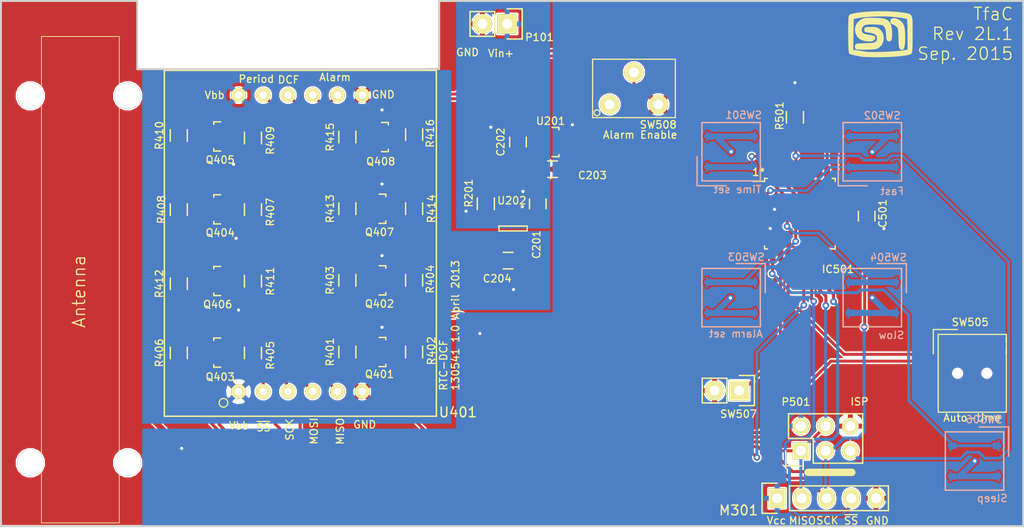
<source format=kicad_pcb>
(kicad_pcb (version 4) (host pcbnew 0.201508140901+6091~28~ubuntu14.04.1-product)
  (layers (0 F.Cu signal hide) (31 B.Cu signal hide) (34 B.Paste user) (35 F.Paste user) (36 B.SilkS user) (37 F.SilkS user) (38 B.Mask user) (39 F.Mask user) (44 Edge.Cuts user))
  (net 0 "")
  (net 1 "/Power System/Vin")
  (net 2 GND)
  (net 3 Reset)
  (net 4 "/Power System/Vbb")
  (net 5 Alarm_Enabled)
  (net 6 Alarm_Set)
  (net 7 Sleep)
  (net 8 Summer_Time)
  (net 9 Auto_Time)
  (net 10 /Controller/~DISPLAY_SELECT)
  (net 11 Time_Set)
  (net 12 Fast)
  (net 13 Slow)
  (net 14 "Net-(Q407-Pad3)")
  (net 15 "Net-(R201-Pad2)")
  (net 16 /Controller/ALARM_INT)
  (net 17 /Controller/DCF_RCPT)
  (net 18 /Controller/~RTC_SELECT)
  (net 19 /Controller/MOSI)
  (net 20 /Controller/MISO)
  (net 21 /Controller/SCK)
  (net 22 /Controller/Periodic_INT)
  (net 23 L_Periodic_INT)
  (net 24 L_DCF_RCPT)
  (net 25 ~L_SS)
  (net 26 L_MOSI)
  (net 27 L_MISO)
  (net 28 L_SCK)
  (net 29 L_Rx)
  (net 30 L_ALARM_INT)
  (net 31 "Net-(IC501-Pad7)")
  (net 32 "Net-(IC501-Pad8)")
  (net 33 "Net-(IC501-Pad12)")
  (net 34 "Net-(IC501-Pad19)")
  (net 35 "Net-(IC501-Pad20)")
  (net 36 "Net-(IC501-Pad22)")
  (net 37 "Net-(IC501-Pad26)")
  (net 38 "Net-(IC501-Pad27)")
  (net 39 "Net-(IC501-Pad28)")
  (net 40 "Net-(SW505-Pad1)")
  (net 41 "Net-(SW508-Pad1)")
  (net 42 "Net-(U202-Pad4)")
  (net 43 /Controller/Vcc)
  (module Capacitors_SMD:C_0805_HandSoldering (layer F.Cu) (at 151.638 85.852 270)
    (fp_text reference C201 (at 4.191 0.127 270) (layer F.SilkS) (effects (font (size 0.762 0.762) (thickness 0.127))))
    (fp_text value 1u)
    (pad 1 smd rect (at -1.25 0 270) (size 1.5 1.25) (layers F.Cu F.Paste F.Mask) (net 1 "/Power System/Vin"))
    (pad 2 smd rect (at 1.25 0 270) (size 1.5 1.25) (layers F.Cu F.Paste F.Mask) (net 2 GND))
  )
  (module Capacitors_SMD:C_0805_HandSoldering (layer F.Cu) (at 149.606 79.502 270)
    (fp_text reference C202 (at 0 1.778 270) (layer F.SilkS) (effects (font (size 0.762 0.762) (thickness 0.127))))
    (fp_text value 1u)
    (pad 1 smd rect (at -1.25 0 270) (size 1.5 1.25) (layers F.Cu F.Paste F.Mask) (net 1 "/Power System/Vin"))
    (pad 2 smd rect (at 1.25 0 270) (size 1.5 1.25) (layers F.Cu F.Paste F.Mask) (net 2 GND))
  )
  (module Capacitors_SMD:C_0805_HandSoldering (layer F.Cu) (at 153.162 82.296 180)
    (fp_text reference C203 (at -4.0894 -0.635 180) (layer F.SilkS) (effects (font (size 0.762 0.762) (thickness 0.127))))
    (fp_text value 1u)
    (pad 1 smd rect (at -1.25 0 180) (size 1.5 1.25) (layers F.Cu F.Paste F.Mask) (net 43 /Controller/Vcc))
    (pad 2 smd rect (at 1.25 0 180) (size 1.5 1.25) (layers F.Cu F.Paste F.Mask) (net 2 GND))
  )
  (module Capacitors_SMD:C_0805_HandSoldering (layer F.Cu) (at 148.59 91.694 180)
    (fp_text reference C204 (at 1.1176 -1.8542 180) (layer F.SilkS) (effects (font (size 0.762 0.762) (thickness 0.127))))
    (fp_text value 1u)
    (pad 1 smd rect (at -1.25 0 180) (size 1.5 1.25) (layers F.Cu F.Paste F.Mask) (net 4 "/Power System/Vbb"))
    (pad 2 smd rect (at 1.25 0 180) (size 1.5 1.25) (layers F.Cu F.Paste F.Mask) (net 2 GND))
  )
  (module Capacitors_SMD:C_0805_HandSoldering (layer F.Cu) (at 185.42 87.122 90)
    (fp_text reference C501 (at 0.2794 1.651 90) (layer F.SilkS) (effects (font (size 0.762 0.762) (thickness 0.127))))
    (fp_text value 100n)
    (pad 1 smd rect (at -1.25 0 90) (size 1.5 1.25) (layers F.Cu F.Paste F.Mask) (net 43 /Controller/Vcc))
    (pad 2 smd rect (at 1.25 0 90) (size 1.5 1.25) (layers F.Cu F.Paste F.Mask) (net 2 GND))
  )
  (module Housings_QFP:LQFP-32_7x7mm_Pitch0.8mm (layer F.Cu) (at 178.562 86.868)
    (fp_text reference IC501 (at 3.9116 5.715) (layer F.SilkS) (effects (font (size 0.762 0.762) (thickness 0.127))))
    (fp_text value ATMEGA88-A)
    (pad 1 smd rect (at -4.25 -2.8) (size 1.2 0.6) (layers F.Cu F.Paste F.Mask) (net 5 Alarm_Enabled))
    (pad 2 smd rect (at -4.25 -2) (size 1.2 0.6) (layers F.Cu F.Paste F.Mask) (net 6 Alarm_Set))
    (pad 3 smd rect (at -4.25 -1.2) (size 1.2 0.6) (layers F.Cu F.Paste F.Mask) (net 2 GND))
    (pad 4 smd rect (at -4.25 -0.4) (size 1.2 0.6) (layers F.Cu F.Paste F.Mask) (net 43 /Controller/Vcc))
    (pad 5 smd rect (at -4.25 0.4) (size 1.2 0.6) (layers F.Cu F.Paste F.Mask) (net 2 GND))
    (pad 6 smd rect (at -4.25 1.2) (size 1.2 0.6) (layers F.Cu F.Paste F.Mask) (net 43 /Controller/Vcc))
    (pad 7 smd rect (at -4.25 2) (size 1.2 0.6) (layers F.Cu F.Paste F.Mask) (net 31 "Net-(IC501-Pad7)"))
    (pad 8 smd rect (at -4.25 2.8) (size 1.2 0.6) (layers F.Cu F.Paste F.Mask) (net 32 "Net-(IC501-Pad8)"))
    (pad 9 smd rect (at -2.8 4.25 90) (size 1.2 0.6) (layers F.Cu F.Paste F.Mask) (net 7 Sleep))
    (pad 10 smd rect (at -2 4.25 90) (size 1.2 0.6) (layers F.Cu F.Paste F.Mask) (net 8 Summer_Time))
    (pad 11 smd rect (at -1.2 4.25 90) (size 1.2 0.6) (layers F.Cu F.Paste F.Mask) (net 9 Auto_Time))
    (pad 12 smd rect (at -0.4 4.25 90) (size 1.2 0.6) (layers F.Cu F.Paste F.Mask) (net 33 "Net-(IC501-Pad12)"))
    (pad 13 smd rect (at 0.4 4.25 90) (size 1.2 0.6) (layers F.Cu F.Paste F.Mask) (net 18 /Controller/~RTC_SELECT))
    (pad 14 smd rect (at 1.2 4.25 90) (size 1.2 0.6) (layers F.Cu F.Paste F.Mask) (net 10 /Controller/~DISPLAY_SELECT))
    (pad 15 smd rect (at 2 4.25 90) (size 1.2 0.6) (layers F.Cu F.Paste F.Mask) (net 19 /Controller/MOSI))
    (pad 16 smd rect (at 2.8 4.25 90) (size 1.2 0.6) (layers F.Cu F.Paste F.Mask) (net 20 /Controller/MISO))
    (pad 17 smd rect (at 4.25 2.8) (size 1.2 0.6) (layers F.Cu F.Paste F.Mask) (net 21 /Controller/SCK))
    (pad 18 smd rect (at 4.25 2) (size 1.2 0.6) (layers F.Cu F.Paste F.Mask) (net 43 /Controller/Vcc))
    (pad 19 smd rect (at 4.25 1.2) (size 1.2 0.6) (layers F.Cu F.Paste F.Mask) (net 34 "Net-(IC501-Pad19)"))
    (pad 20 smd rect (at 4.25 0.4) (size 1.2 0.6) (layers F.Cu F.Paste F.Mask) (net 35 "Net-(IC501-Pad20)"))
    (pad 21 smd rect (at 4.25 -0.4) (size 1.2 0.6) (layers F.Cu F.Paste F.Mask) (net 2 GND))
    (pad 22 smd rect (at 4.25 -1.2) (size 1.2 0.6) (layers F.Cu F.Paste F.Mask) (net 36 "Net-(IC501-Pad22)"))
    (pad 23 smd rect (at 4.25 -2) (size 1.2 0.6) (layers F.Cu F.Paste F.Mask) (net 22 /Controller/Periodic_INT))
    (pad 24 smd rect (at 4.25 -2.8) (size 1.2 0.6) (layers F.Cu F.Paste F.Mask) (net 17 /Controller/DCF_RCPT))
    (pad 25 smd rect (at 2.8 -4.25 90) (size 1.2 0.6) (layers F.Cu F.Paste F.Mask) (net 16 /Controller/ALARM_INT))
    (pad 26 smd rect (at 2 -4.25 90) (size 1.2 0.6) (layers F.Cu F.Paste F.Mask) (net 37 "Net-(IC501-Pad26)"))
    (pad 27 smd rect (at 1.2 -4.25 90) (size 1.2 0.6) (layers F.Cu F.Paste F.Mask) (net 38 "Net-(IC501-Pad27)"))
    (pad 28 smd rect (at 0.4 -4.25 90) (size 1.2 0.6) (layers F.Cu F.Paste F.Mask) (net 39 "Net-(IC501-Pad28)"))
    (pad 29 smd rect (at -0.4 -4.25 90) (size 1.2 0.6) (layers F.Cu F.Paste F.Mask) (net 3 Reset))
    (pad 30 smd rect (at -1.2 -4.25 90) (size 1.2 0.6) (layers F.Cu F.Paste F.Mask) (net 11 Time_Set))
    (pad 31 smd rect (at -2 -4.25 90) (size 1.2 0.6) (layers F.Cu F.Paste F.Mask) (net 12 Fast))
    (pad 32 smd rect (at -2.8 -4.25 90) (size 1.2 0.6) (layers F.Cu F.Paste F.Mask) (net 13 Slow))
  )
  (module Pin_Headers:Pin_Header_Straight_1x02 (layer F.Cu) (at 148.4884 67.3608 270)
    (fp_text reference P101 (at 1.3716 -3.3274 360) (layer F.SilkS) (effects (font (size 0.762 0.762) (thickness 0.127))))
    (fp_text value Line)
    (pad 1 thru_hole rect (at 0 0 270) (size 2.032 2.032) (drill 1.016) (layers *.Cu *.Mask F.SilkS) (net 1 "/Power System/Vin"))
    (pad 2 thru_hole oval (at 0 2.54 270) (size 2.032 2.032) (drill 1.016) (layers *.Cu *.Mask F.SilkS) (net 2 GND))
  )
  (module Pin_Headers:Pin_Header_Straight_2x03 (layer F.Cu) (at 178.6636 111.252 90)
    (fp_text reference P501 (at 5.0292 -0.508 360) (layer F.SilkS) (effects (font (size 0.762 0.762) (thickness 0.127))))
    (fp_text value PRG)
    (pad 1 thru_hole rect (at 0 0 90) (size 1.7272 1.7272) (drill 1.016) (layers *.Cu *.Mask F.SilkS) (net 20 /Controller/MISO))
    (pad 2 thru_hole oval (at 2.54 0 90) (size 1.7272 1.7272) (drill 1.016) (layers *.Cu *.Mask F.SilkS) (net 43 /Controller/Vcc))
    (pad 3 thru_hole oval (at 0 2.54 90) (size 1.7272 1.7272) (drill 1.016) (layers *.Cu *.Mask F.SilkS) (net 21 /Controller/SCK))
    (pad 4 thru_hole oval (at 2.54 2.54 90) (size 1.7272 1.7272) (drill 1.016) (layers *.Cu *.Mask F.SilkS) (net 19 /Controller/MOSI))
    (pad 5 thru_hole oval (at 0 5.08 90) (size 1.7272 1.7272) (drill 1.016) (layers *.Cu *.Mask F.SilkS) (net 3 Reset))
    (pad 6 thru_hole oval (at 2.54 5.08 90) (size 1.7272 1.7272) (drill 1.016) (layers *.Cu *.Mask F.SilkS) (net 2 GND))
  )
  (module tfac-footprints:Micro3 (layer F.Cu) (at 135.382 101.092 270)
    (fp_text reference Q401 (at 2.286 0 360) (layer F.SilkS) (effects (font (size 0.762 0.762) (thickness 0.127))))
    (fp_text value IRLML2502)
    (pad 1 smd rect (at -0.95 1.00076 270) (size 0.8 0.9) (layers F.Cu F.Paste F.Mask) (net 4 "/Power System/Vbb"))
    (pad 2 smd rect (at 0.95 1.00076 270) (size 0.8 0.9) (layers F.Cu F.Paste F.Mask) (net 23 L_Periodic_INT))
    (pad 3 smd rect (at 0 -0.99822 270) (size 0.8 0.9) (layers F.Cu F.Paste F.Mask) (net 22 /Controller/Periodic_INT))
  )
  (module tfac-footprints:Micro3 (layer F.Cu) (at 135.382 93.726 270)
    (fp_text reference Q402 (at 2.413 0 360) (layer F.SilkS) (effects (font (size 0.762 0.762) (thickness 0.127))))
    (fp_text value IRLML2502)
    (pad 1 smd rect (at -0.95 1.00076 270) (size 0.8 0.9) (layers F.Cu F.Paste F.Mask) (net 4 "/Power System/Vbb"))
    (pad 2 smd rect (at 0.95 1.00076 270) (size 0.8 0.9) (layers F.Cu F.Paste F.Mask) (net 24 L_DCF_RCPT))
    (pad 3 smd rect (at 0 -0.99822 270) (size 0.8 0.9) (layers F.Cu F.Paste F.Mask) (net 17 /Controller/DCF_RCPT))
  )
  (module tfac-footprints:Micro3 (layer F.Cu) (at 119.013325 101.152804 90)
    (fp_text reference Q403 (at -2.5 0 360) (layer F.SilkS) (effects (font (size 0.762 0.762) (thickness 0.127))))
    (fp_text value IRLML2502)
    (pad 1 smd rect (at -0.95 1.00076 90) (size 0.8 0.9) (layers F.Cu F.Paste F.Mask) (net 4 "/Power System/Vbb"))
    (pad 2 smd rect (at 0.95 1.00076 90) (size 0.8 0.9) (layers F.Cu F.Paste F.Mask) (net 25 ~L_SS))
    (pad 3 smd rect (at 0 -0.99822 90) (size 0.8 0.9) (layers F.Cu F.Paste F.Mask) (net 18 /Controller/~RTC_SELECT))
  )
  (module tfac-footprints:Micro3 (layer F.Cu) (at 119.013326 86.420803 90)
    (fp_text reference Q404 (at -2.413 0 360) (layer F.SilkS) (effects (font (size 0.762 0.762) (thickness 0.127))))
    (fp_text value IRLML2502)
    (pad 1 smd rect (at -0.95 1.00076 90) (size 0.8 0.9) (layers F.Cu F.Paste F.Mask) (net 4 "/Power System/Vbb"))
    (pad 2 smd rect (at 0.95 1.00076 90) (size 0.8 0.9) (layers F.Cu F.Paste F.Mask) (net 26 L_MOSI))
    (pad 3 smd rect (at 0 -0.99822 90) (size 0.8 0.9) (layers F.Cu F.Paste F.Mask) (net 19 /Controller/MOSI))
  )
  (module tfac-footprints:Micro3 (layer F.Cu) (at 119.013326 78.927803 90)
    (fp_text reference Q405 (at -2.413 0 180) (layer F.SilkS) (effects (font (size 0.762 0.762) (thickness 0.127))))
    (fp_text value IRLML2502)
    (pad 1 smd rect (at -0.95 1.00076 90) (size 0.8 0.9) (layers F.Cu F.Paste F.Mask) (net 4 "/Power System/Vbb"))
    (pad 2 smd rect (at 0.95 1.00076 90) (size 0.8 0.9) (layers F.Cu F.Paste F.Mask) (net 27 L_MISO))
    (pad 3 smd rect (at 0 -0.99822 90) (size 0.8 0.9) (layers F.Cu F.Paste F.Mask) (net 20 /Controller/MISO))
  )
  (module tfac-footprints:Micro3 (layer F.Cu) (at 119.013326 93.786802 90)
    (fp_text reference Q406 (at -2.413 -0.254 180) (layer F.SilkS) (effects (font (size 0.762 0.762) (thickness 0.127))))
    (fp_text value IRLML2502)
    (pad 1 smd rect (at -0.95 1.00076 90) (size 0.8 0.9) (layers F.Cu F.Paste F.Mask) (net 4 "/Power System/Vbb"))
    (pad 2 smd rect (at 0.95 1.00076 90) (size 0.8 0.9) (layers F.Cu F.Paste F.Mask) (net 28 L_SCK))
    (pad 3 smd rect (at 0 -0.99822 90) (size 0.8 0.9) (layers F.Cu F.Paste F.Mask) (net 21 /Controller/SCK))
  )
  (module tfac-footprints:Micro3 (layer F.Cu) (at 135.382 86.36 270)
    (fp_text reference Q407 (at 2.413 0 360) (layer F.SilkS) (effects (font (size 0.762 0.762) (thickness 0.127))))
    (fp_text value NOPOP)
    (pad 1 smd rect (at -0.95 1.00076 270) (size 0.8 0.9) (layers F.Cu F.Paste F.Mask) (net 4 "/Power System/Vbb"))
    (pad 2 smd rect (at 0.95 1.00076 270) (size 0.8 0.9) (layers F.Cu F.Paste F.Mask) (net 29 L_Rx))
    (pad 3 smd rect (at 0 -0.99822 270) (size 0.8 0.9) (layers F.Cu F.Paste F.Mask) (net 14 "Net-(Q407-Pad3)"))
  )
  (module tfac-footprints:Micro3 (layer F.Cu) (at 135.636 78.994 270)
    (fp_text reference Q408 (at 2.513 0.132 360) (layer F.SilkS) (effects (font (size 0.762 0.762) (thickness 0.127))))
    (fp_text value IRLML2502)
    (pad 1 smd rect (at -0.95 1.00076 270) (size 0.8 0.9) (layers F.Cu F.Paste F.Mask) (net 4 "/Power System/Vbb"))
    (pad 2 smd rect (at 0.95 1.00076 270) (size 0.8 0.9) (layers F.Cu F.Paste F.Mask) (net 30 L_ALARM_INT))
    (pad 3 smd rect (at 0 -0.99822 270) (size 0.8 0.9) (layers F.Cu F.Paste F.Mask) (net 16 /Controller/ALARM_INT))
  )
  (module Resistors_SMD:R_0805_HandSoldering (layer F.Cu) (at 146.304 85.852 90)
    (fp_text reference R201 (at 1.0922 -1.7526 90) (layer F.SilkS) (effects (font (size 0.762 0.762) (thickness 0.127))))
    (fp_text value 0)
    (pad 1 smd rect (at -1.35 0 90) (size 1.5 1.3) (layers F.Cu F.Paste F.Mask) (net 1 "/Power System/Vin"))
    (pad 2 smd rect (at 1.35 0 90) (size 1.5 1.3) (layers F.Cu F.Paste F.Mask) (net 15 "Net-(R201-Pad2)"))
  )
  (module Resistors_SMD:R_0805_HandSoldering (layer F.Cu) (at 132.08 101.092 270)
    (fp_text reference R401 (at 0 1.778 270) (layer F.SilkS) (effects (font (size 0.762 0.762) (thickness 0.127))))
    (fp_text value 10K)
    (pad 1 smd rect (at -1.35 0 270) (size 1.5 1.3) (layers F.Cu F.Paste F.Mask) (net 4 "/Power System/Vbb"))
    (pad 2 smd rect (at 1.35 0 270) (size 1.5 1.3) (layers F.Cu F.Paste F.Mask) (net 23 L_Periodic_INT))
  )
  (module Resistors_SMD:R_0805_HandSoldering (layer F.Cu) (at 138.938 101.092 270)
    (fp_text reference R402 (at -0.127 -1.778 270) (layer F.SilkS) (effects (font (size 0.762 0.762) (thickness 0.127))))
    (fp_text value 1K5)
    (pad 1 smd rect (at -1.35 0 270) (size 1.5 1.3) (layers F.Cu F.Paste F.Mask) (net 43 /Controller/Vcc))
    (pad 2 smd rect (at 1.35 0 270) (size 1.5 1.3) (layers F.Cu F.Paste F.Mask) (net 22 /Controller/Periodic_INT))
  )
  (module Resistors_SMD:R_0805_HandSoldering (layer F.Cu) (at 132.08 93.726 270)
    (fp_text reference R403 (at 0 1.778 450) (layer F.SilkS) (effects (font (size 0.762 0.762) (thickness 0.127))))
    (fp_text value 10K)
    (pad 1 smd rect (at -1.35 0 270) (size 1.5 1.3) (layers F.Cu F.Paste F.Mask) (net 4 "/Power System/Vbb"))
    (pad 2 smd rect (at 1.35 0 270) (size 1.5 1.3) (layers F.Cu F.Paste F.Mask) (net 24 L_DCF_RCPT))
  )
  (module Resistors_SMD:R_0805_HandSoldering (layer F.Cu) (at 138.938 93.726 270)
    (fp_text reference R404 (at -0.127 -1.651 270) (layer F.SilkS) (effects (font (size 0.762 0.762) (thickness 0.127))))
    (fp_text value 1K5)
    (pad 1 smd rect (at -1.35 0 270) (size 1.5 1.3) (layers F.Cu F.Paste F.Mask) (net 43 /Controller/Vcc))
    (pad 2 smd rect (at 1.35 0 270) (size 1.5 1.3) (layers F.Cu F.Paste F.Mask) (net 17 /Controller/DCF_RCPT))
  )
  (module Resistors_SMD:R_0805_HandSoldering (layer F.Cu) (at 122.383326 101.181802 90)
    (fp_text reference R405 (at -0.254 1.778 90) (layer F.SilkS) (effects (font (size 0.762 0.762) (thickness 0.127))))
    (fp_text value 10K)
    (pad 1 smd rect (at -1.35 0 90) (size 1.5 1.3) (layers F.Cu F.Paste F.Mask) (net 4 "/Power System/Vbb"))
    (pad 2 smd rect (at 1.35 0 90) (size 1.5 1.3) (layers F.Cu F.Paste F.Mask) (net 25 ~L_SS))
  )
  (module Resistors_SMD:R_0805_HandSoldering (layer F.Cu) (at 114.763325 101.181802 90)
    (fp_text reference R406 (at 0 -2 270) (layer F.SilkS) (effects (font (size 0.762 0.762) (thickness 0.127))))
    (fp_text value 4K7)
    (pad 1 smd rect (at -1.35 0 90) (size 1.5 1.3) (layers F.Cu F.Paste F.Mask) (net 43 /Controller/Vcc))
    (pad 2 smd rect (at 1.35 0 90) (size 1.5 1.3) (layers F.Cu F.Paste F.Mask) (net 18 /Controller/~RTC_SELECT))
  )
  (module Resistors_SMD:R_0805_HandSoldering (layer F.Cu) (at 122.383326 86.449804 90)
    (fp_text reference R407 (at -0.254 1.778 90) (layer F.SilkS) (effects (font (size 0.762 0.762) (thickness 0.127))))
    (fp_text value 10K)
    (pad 1 smd rect (at -1.35 0 90) (size 1.5 1.3) (layers F.Cu F.Paste F.Mask) (net 4 "/Power System/Vbb"))
    (pad 2 smd rect (at 1.35 0 90) (size 1.5 1.3) (layers F.Cu F.Paste F.Mask) (net 26 L_MOSI))
  )
  (module Resistors_SMD:R_0805_HandSoldering (layer F.Cu) (at 114.763325 86.449803 90)
    (fp_text reference R408 (at 0 -1.778 270) (layer F.SilkS) (effects (font (size 0.762 0.762) (thickness 0.127))))
    (fp_text value 4K7)
    (pad 1 smd rect (at -1.35 0 90) (size 1.5 1.3) (layers F.Cu F.Paste F.Mask) (net 43 /Controller/Vcc))
    (pad 2 smd rect (at 1.35 0 90) (size 1.5 1.3) (layers F.Cu F.Paste F.Mask) (net 19 /Controller/MOSI))
  )
  (module Resistors_SMD:R_0805_HandSoldering (layer F.Cu) (at 122.383326 79.083802 90)
    (fp_text reference R409 (at -0.254 1.778 90) (layer F.SilkS) (effects (font (size 0.762 0.762) (thickness 0.127))))
    (fp_text value 10K)
    (pad 1 smd rect (at -1.35 0 90) (size 1.5 1.3) (layers F.Cu F.Paste F.Mask) (net 4 "/Power System/Vbb"))
    (pad 2 smd rect (at 1.35 0 90) (size 1.5 1.3) (layers F.Cu F.Paste F.Mask) (net 27 L_MISO))
  )
  (module Resistors_SMD:R_0805_HandSoldering (layer F.Cu) (at 114.763325 78.829802 90)
    (fp_text reference R410 (at 0 -2 270) (layer F.SilkS) (effects (font (size 0.762 0.762) (thickness 0.127))))
    (fp_text value 4K7)
    (pad 1 smd rect (at -1.35 0 90) (size 1.5 1.3) (layers F.Cu F.Paste F.Mask) (net 43 /Controller/Vcc))
    (pad 2 smd rect (at 1.35 0 90) (size 1.5 1.3) (layers F.Cu F.Paste F.Mask) (net 20 /Controller/MISO))
  )
  (module Resistors_SMD:R_0805_HandSoldering (layer F.Cu) (at 122.383325 93.815802 90)
    (fp_text reference R411 (at 0 1.778 90) (layer F.SilkS) (effects (font (size 0.762 0.762) (thickness 0.127))))
    (fp_text value 10K)
    (pad 1 smd rect (at -1.35 0 90) (size 1.5 1.3) (layers F.Cu F.Paste F.Mask) (net 4 "/Power System/Vbb"))
    (pad 2 smd rect (at 1.35 0 90) (size 1.5 1.3) (layers F.Cu F.Paste F.Mask) (net 28 L_SCK))
  )
  (module Resistors_SMD:R_0805_HandSoldering (layer F.Cu) (at 114.763326 94.069802 90)
    (fp_text reference R412 (at 0 -2 270) (layer F.SilkS) (effects (font (size 0.762 0.762) (thickness 0.127))))
    (fp_text value 4K7)
    (pad 1 smd rect (at -1.35 0 90) (size 1.5 1.3) (layers F.Cu F.Paste F.Mask) (net 43 /Controller/Vcc))
    (pad 2 smd rect (at 1.35 0 90) (size 1.5 1.3) (layers F.Cu F.Paste F.Mask) (net 21 /Controller/SCK))
  )
  (module Resistors_SMD:R_0805_HandSoldering (layer F.Cu) (at 132.08 86.36 270)
    (fp_text reference R413 (at 0 1.778 270) (layer F.SilkS) (effects (font (size 0.762 0.762) (thickness 0.127))))
    (fp_text value NOPOP)
    (pad 1 smd rect (at -1.35 0 270) (size 1.5 1.3) (layers F.Cu F.Paste F.Mask) (net 4 "/Power System/Vbb"))
    (pad 2 smd rect (at 1.35 0 270) (size 1.5 1.3) (layers F.Cu F.Paste F.Mask) (net 29 L_Rx))
  )
  (module Resistors_SMD:R_0805_HandSoldering (layer F.Cu) (at 138.938 86.36 270)
    (fp_text reference R414 (at 0 -1.778 450) (layer F.SilkS) (effects (font (size 0.762 0.762) (thickness 0.127))))
    (fp_text value NOPOP)
    (pad 1 smd rect (at -1.35 0 270) (size 1.5 1.3) (layers F.Cu F.Paste F.Mask) (net 43 /Controller/Vcc))
    (pad 2 smd rect (at 1.35 0 270) (size 1.5 1.3) (layers F.Cu F.Paste F.Mask) (net 14 "Net-(Q407-Pad3)"))
  )
  (module Resistors_SMD:R_0805_HandSoldering (layer F.Cu) (at 132.08 78.994 270)
    (fp_text reference R415 (at 0 1.778 270) (layer F.SilkS) (effects (font (size 0.762 0.762) (thickness 0.127))))
    (fp_text value 10K)
    (pad 1 smd rect (at -1.35 0 270) (size 1.5 1.3) (layers F.Cu F.Paste F.Mask) (net 4 "/Power System/Vbb"))
    (pad 2 smd rect (at 1.35 0 270) (size 1.5 1.3) (layers F.Cu F.Paste F.Mask) (net 30 L_ALARM_INT))
  )
  (module Resistors_SMD:R_0805_HandSoldering (layer F.Cu) (at 138.938 78.74 270)
    (fp_text reference R416 (at -0.127 -1.651 450) (layer F.SilkS) (effects (font (size 0.762 0.762) (thickness 0.127))))
    (fp_text value 4K7)
    (pad 1 smd rect (at -1.35 0 270) (size 1.5 1.3) (layers F.Cu F.Paste F.Mask) (net 43 /Controller/Vcc))
    (pad 2 smd rect (at 1.35 0 270) (size 1.5 1.3) (layers F.Cu F.Paste F.Mask) (net 16 /Controller/ALARM_INT))
  )
  (module Resistors_SMD:R_0805_HandSoldering (layer F.Cu) (at 178.054 76.962 270)
    (fp_text reference R501 (at -0.1524 1.5748 270) (layer F.SilkS) (effects (font (size 0.762 0.762) (thickness 0.127))))
    (fp_text value 10K)
    (pad 1 smd rect (at -1.35 0 270) (size 1.5 1.3) (layers F.Cu F.Paste F.Mask) (net 43 /Controller/Vcc))
    (pad 2 smd rect (at 1.35 0 270) (size 1.5 1.3) (layers F.Cu F.Paste F.Mask) (net 3 Reset))
  )
  (module tfac-footprints:TL3315 (layer B.Cu) (at 171.5 80.5)
    (fp_text reference SW501 (at 1.2708 -3.7666) (layer B.SilkS) (effects (font (size 0.762 0.762) (thickness 0.127)) (justify mirror)))
    (fp_text value "Time Set")
    (pad 1 smd rect (at -2.125 1.575) (size 0.5 0.7) (layers B.Cu B.Paste B.Mask) (net 11 Time_Set))
    (pad 2 smd rect (at 2.125 1.575) (size 0.5 0.7) (layers B.Cu B.Paste B.Mask) (net 11 Time_Set))
    (pad 3 smd rect (at -2.125 -1.575) (size 0.5 0.7) (layers B.Cu B.Paste B.Mask) (net 2 GND))
    (pad 4 smd rect (at 2.125 -1.575) (size 0.5 0.7) (layers B.Cu B.Paste B.Mask) (net 2 GND))
    (pad 2 smd rect (at 2.475 1.575) (size 0.2 1.1) (layers B.Cu B.Paste B.Mask) (net 11 Time_Set))
    (pad 1 smd rect (at -2.475 1.575) (size 0.2 1.1) (layers B.Cu B.Paste B.Mask) (net 11 Time_Set))
    (pad 3 smd rect (at -2.475 -1.575) (size 0.2 1.1) (layers B.Cu B.Paste B.Mask) (net 2 GND))
    (pad 4 smd rect (at 2.475 -1.575) (size 0.2 1.1) (layers B.Cu B.Paste B.Mask) (net 2 GND))
  )
  (module tfac-footprints:TL3315 (layer B.Cu) (at 186 80.5)
    (fp_text reference SW502 (at 1.0202 -3.7158) (layer B.SilkS) (effects (font (size 0.762 0.762) (thickness 0.127)) (justify mirror)))
    (fp_text value "Alarm Set")
    (pad 1 smd rect (at -2.125 1.575) (size 0.5 0.7) (layers B.Cu B.Paste B.Mask) (net 6 Alarm_Set))
    (pad 2 smd rect (at 2.125 1.575) (size 0.5 0.7) (layers B.Cu B.Paste B.Mask) (net 6 Alarm_Set))
    (pad 3 smd rect (at -2.125 -1.575) (size 0.5 0.7) (layers B.Cu B.Paste B.Mask) (net 2 GND))
    (pad 4 smd rect (at 2.125 -1.575) (size 0.5 0.7) (layers B.Cu B.Paste B.Mask) (net 2 GND))
    (pad 2 smd rect (at 2.475 1.575) (size 0.2 1.1) (layers B.Cu B.Paste B.Mask) (net 6 Alarm_Set))
    (pad 1 smd rect (at -2.475 1.575) (size 0.2 1.1) (layers B.Cu B.Paste B.Mask) (net 6 Alarm_Set))
    (pad 3 smd rect (at -2.475 -1.575) (size 0.2 1.1) (layers B.Cu B.Paste B.Mask) (net 2 GND))
    (pad 4 smd rect (at 2.475 -1.575) (size 0.2 1.1) (layers B.Cu B.Paste B.Mask) (net 2 GND))
  )
  (module tfac-footprints:TL3315 (layer B.Cu) (at 171.5 95.5 180)
    (fp_text reference SW503 (at -1.5502 4.1616 180) (layer B.SilkS) (effects (font (size 0.762 0.762) (thickness 0.127)) (justify mirror)))
    (fp_text value Fast)
    (pad 1 smd rect (at -2.125 1.575 180) (size 0.5 0.7) (layers B.Cu B.Paste B.Mask) (net 12 Fast))
    (pad 2 smd rect (at 2.125 1.575 180) (size 0.5 0.7) (layers B.Cu B.Paste B.Mask) (net 12 Fast))
    (pad 3 smd rect (at -2.125 -1.575 180) (size 0.5 0.7) (layers B.Cu B.Paste B.Mask) (net 2 GND))
    (pad 4 smd rect (at 2.125 -1.575 180) (size 0.5 0.7) (layers B.Cu B.Paste B.Mask) (net 2 GND))
    (pad 2 smd rect (at 2.475 1.575 180) (size 0.2 1.1) (layers B.Cu B.Paste B.Mask) (net 12 Fast))
    (pad 1 smd rect (at -2.475 1.575 180) (size 0.2 1.1) (layers B.Cu B.Paste B.Mask) (net 12 Fast))
    (pad 3 smd rect (at -2.475 -1.575 180) (size 0.2 1.1) (layers B.Cu B.Paste B.Mask) (net 2 GND))
    (pad 4 smd rect (at 2.475 -1.575 180) (size 0.2 1.1) (layers B.Cu B.Paste B.Mask) (net 2 GND))
  )
  (module tfac-footprints:TL3315 (layer B.Cu) (at 186 95.5 180)
    (fp_text reference SW504 (at -1.6552 4.1362 180) (layer B.SilkS) (effects (font (size 0.762 0.762) (thickness 0.127)) (justify mirror)))
    (fp_text value Slow)
    (pad 1 smd rect (at -2.125 1.575 180) (size 0.5 0.7) (layers B.Cu B.Paste B.Mask) (net 13 Slow))
    (pad 2 smd rect (at 2.125 1.575 180) (size 0.5 0.7) (layers B.Cu B.Paste B.Mask) (net 13 Slow))
    (pad 3 smd rect (at -2.125 -1.575 180) (size 0.5 0.7) (layers B.Cu B.Paste B.Mask) (net 2 GND))
    (pad 4 smd rect (at 2.125 -1.575 180) (size 0.5 0.7) (layers B.Cu B.Paste B.Mask) (net 2 GND))
    (pad 2 smd rect (at 2.475 1.575 180) (size 0.2 1.1) (layers B.Cu B.Paste B.Mask) (net 13 Slow))
    (pad 1 smd rect (at -2.475 1.575 180) (size 0.2 1.1) (layers B.Cu B.Paste B.Mask) (net 13 Slow))
    (pad 3 smd rect (at -2.475 -1.575 180) (size 0.2 1.1) (layers B.Cu B.Paste B.Mask) (net 2 GND))
    (pad 4 smd rect (at 2.475 -1.575 180) (size 0.2 1.1) (layers B.Cu B.Paste B.Mask) (net 2 GND))
  )
  (module tfac-footprints:AYZ0202AGRLC (layer F.Cu) (at 196.2658 103.2764)
    (fp_text reference SW505 (at -0.21 -5.248) (layer F.SilkS) (effects (font (size 0.762 0.762) (thickness 0.127))))
    (fp_text value "Auto Time")
    (pad 2 smd rect (at 0 -2.825) (size 1 1.15) (layers F.Cu F.Paste F.Mask) (net 9 Auto_Time))
    (pad 5 smd rect (at 0 2.825) (size 1 1.15) (layers F.Cu F.Paste F.Mask))
    (pad 1 smd rect (at -2.5 -2.825) (size 1 1.15) (layers F.Cu F.Paste F.Mask) (net 40 "Net-(SW505-Pad1)"))
    (pad 3 smd rect (at 2.5 -2.825) (size 1 1.15) (layers F.Cu F.Paste F.Mask) (net 2 GND))
    (pad 4 smd rect (at -2.5 2.825) (size 1 1.15) (layers F.Cu F.Paste F.Mask))
    (pad 5 smd rect (at 2.5 2.825) (size 1 1.15) (layers F.Cu F.Paste F.Mask))
    (pad "" np_thru_hole circle (at -1.5 0) (size 0.85 0.85) (drill 0.85) (layers *.Cu *.Mask F.SilkS))
    (pad "" np_thru_hole circle (at 1.5 0) (size 0.85 0.85) (drill 0.85) (layers *.Cu *.Mask F.SilkS))
  )
  (module tfac-footprints:TL3315 (layer B.Cu) (at 196.5 112.3 180)
    (fp_text reference SW506 (at -0.985 4.2738 180) (layer B.SilkS) (effects (font (size 0.762 0.762) (thickness 0.127)) (justify mirror)))
    (fp_text value Sleep)
    (pad 1 smd rect (at -2.125 1.575 180) (size 0.5 0.7) (layers B.Cu B.Paste B.Mask) (net 7 Sleep))
    (pad 2 smd rect (at 2.125 1.575 180) (size 0.5 0.7) (layers B.Cu B.Paste B.Mask) (net 7 Sleep))
    (pad 3 smd rect (at -2.125 -1.575 180) (size 0.5 0.7) (layers B.Cu B.Paste B.Mask) (net 2 GND))
    (pad 4 smd rect (at 2.125 -1.575 180) (size 0.5 0.7) (layers B.Cu B.Paste B.Mask) (net 2 GND))
    (pad 2 smd rect (at 2.475 1.575 180) (size 0.2 1.1) (layers B.Cu B.Paste B.Mask) (net 7 Sleep))
    (pad 1 smd rect (at -2.475 1.575 180) (size 0.2 1.1) (layers B.Cu B.Paste B.Mask) (net 7 Sleep))
    (pad 3 smd rect (at -2.475 -1.575 180) (size 0.2 1.1) (layers B.Cu B.Paste B.Mask) (net 2 GND))
    (pad 4 smd rect (at 2.475 -1.575 180) (size 0.2 1.1) (layers B.Cu B.Paste B.Mask) (net 2 GND))
  )
  (module Pin_Headers:Pin_Header_Straight_1x02 (layer F.Cu) (at 172.339 105.0544 270)
    (fp_text reference SW507 (at 2.413 0.0762 360) (layer F.SilkS) (effects (font (size 0.762 0.762) (thickness 0.127))))
    (fp_text value "Summer Time")
    (pad 1 thru_hole rect (at 0 0 270) (size 2.032 2.032) (drill 1.016) (layers *.Cu *.Mask F.SilkS) (net 8 Summer_Time))
    (pad 2 thru_hole oval (at 0 2.54 270) (size 2.032 2.032) (drill 1.016) (layers *.Cu *.Mask F.SilkS) (net 2 GND))
  )
  (module tfac-footprints:CLSB12C01 (layer F.Cu) (at 161.5186 73.9902)
    (fp_text reference SW508 (at 2.4892 3.7338 180) (layer F.SilkS) (effects (font (size 0.762 0.762) (thickness 0.127))))
    (fp_text value "Alarm Enabled")
    (pad 2 thru_hole circle (at 0 -1.65) (size 2 2) (drill 1) (layers *.Cu *.Mask F.SilkS) (net 5 Alarm_Enabled))
    (pad 1 thru_hole circle (at -2.5 1.65) (size 2 2) (drill 1) (layers *.Cu *.Mask F.SilkS) (net 41 "Net-(SW508-Pad1)"))
    (pad 3 thru_hole circle (at 2.5 1.65) (size 2 2) (drill 1) (layers *.Cu *.Mask F.SilkS) (net 2 GND))
  )
  (module tfac-footprints:SOT-23A (layer F.Cu) (at 153.162 79.502 270)
    (fp_text reference U201 (at -2.159 0.2032 540) (layer F.SilkS) (effects (font (size 0.762 0.762) (thickness 0.127))))
    (fp_text value MCP1703T-5002E/CB)
    (pad 1 smd rect (at -0.95 1.35 270) (size 0.6 1) (layers F.Cu F.Paste F.Mask) (net 1 "/Power System/Vin"))
    (pad 2 smd rect (at 0.95 1.35 270) (size 0.6 1) (layers F.Cu F.Paste F.Mask) (net 2 GND))
    (pad 3 smd rect (at 0 -1.35 270) (size 0.6 1) (layers F.Cu F.Paste F.Mask) (net 43 /Controller/Vcc))
  )
  (module tfac-footprints:SOT-23-5L (layer F.Cu) (at 149.098 88.392 270)
    (fp_text reference U202 (at -2.8702 0.127 360) (layer F.SilkS) (effects (font (size 0.762 0.762) (thickness 0.127))))
    (fp_text value LD2979)
    (pad 1 smd rect (at -1.15 -0.95 270) (size 1.2 0.6) (layers F.Cu F.Paste F.Mask) (net 1 "/Power System/Vin"))
    (pad 2 smd rect (at -1.15 0 270) (size 1.2 0.6) (layers F.Cu F.Paste F.Mask) (net 2 GND))
    (pad 3 smd rect (at -1.15 0.95 270) (size 1.2 0.6) (layers F.Cu F.Paste F.Mask) (net 15 "Net-(R201-Pad2)"))
    (pad 4 smd rect (at 1.15 0.95 270) (size 1.2 0.6) (layers F.Cu F.Paste F.Mask) (net 42 "Net-(U202-Pad4)"))
    (pad 5 smd rect (at 1.15 -0.95 270) (size 1.2 0.6) (layers F.Cu F.Paste F.Mask) (net 4 "/Power System/Vbb"))
  )
  (module tfac-footprints:RTC-DCF (layer F.Cu) (at 127.254 89.916 180)
    (fp_text reference U401 (at -16.1798 -17.3736 180) (layer F.SilkS))
    (fp_text value RTC-DCF77 hide)
    (pad 6 thru_hole circle (at -6.35 -15.24 180) (size 1.524 1.524) (drill 0.762) (layers *.Cu *.Mask F.SilkS) (net 2 GND))
    (pad 5 thru_hole circle (at -3.81 -15.24 180) (size 1.524 1.524) (drill 0.762) (layers *.Cu *.Mask F.SilkS) (net 27 L_MISO))
    (pad 4 thru_hole circle (at -1.27 -15.24 180) (size 1.524 1.524) (drill 0.762) (layers *.Cu *.Mask F.SilkS) (net 26 L_MOSI))
    (pad 3 thru_hole circle (at 1.27 -15.24 180) (size 1.524 1.524) (drill 0.762) (layers *.Cu *.Mask F.SilkS) (net 28 L_SCK))
    (pad 2 thru_hole circle (at 3.81 -15.24 180) (size 1.524 1.524) (drill 0.762) (layers *.Cu *.Mask F.SilkS) (net 25 ~L_SS))
    (pad 1 thru_hole circle (at 6.35 -15.24 180) (size 1.524 1.524) (drill 0.762) (layers *.Cu *.Mask F.SilkS) (net 4 "/Power System/Vbb"))
    (pad 7 thru_hole circle (at 6.35 15.24 180) (size 1.524 1.524) (drill 0.762) (layers *.Cu *.Mask F.SilkS) (net 4 "/Power System/Vbb"))
    (pad 8 thru_hole circle (at 3.81 15.24 180) (size 1.524 1.524) (drill 0.762) (layers *.Cu *.Mask F.SilkS) (net 23 L_Periodic_INT))
    (pad 9 thru_hole circle (at 1.27 15.24 180) (size 1.524 1.524) (drill 0.762) (layers *.Cu *.Mask F.SilkS) (net 24 L_DCF_RCPT))
    (pad 10 thru_hole circle (at -1.27 15.24 180) (size 1.524 1.524) (drill 0.762) (layers *.Cu *.Mask F.SilkS) (net 29 L_Rx))
    (pad 11 thru_hole circle (at -3.81 15.24 180) (size 1.524 1.524) (drill 0.762) (layers *.Cu *.Mask F.SilkS) (net 30 L_ALARM_INT))
    (pad 12 thru_hole circle (at -6.35 15.24 180) (size 1.524 1.524) (drill 0.762) (layers *.Cu *.Mask F.SilkS) (net 2 GND))
  )
  (module Mounting_Holes:MountingHole_2-7mm (layer F.Cu) (at 99.518338 112.482898 90)
    (fp_text reference REF** hide)
    (fp_text value MountingHole_2-7mm)
    (pad 1 thru_hole circle (at 0 0 90) (size 2.7 2.7) (drill 2.7) (layers))
  )
  (module Mounting_Holes:MountingHole_2-7mm (layer F.Cu) (at 99.518338 74.752897 90)
    (fp_text reference REF** hide)
    (fp_text value MountingHole_2-7mm)
    (pad 1 thru_hole circle (at 0 0 90) (size 2.7 2.7) (drill 2.7) (layers))
  )
  (module Mounting_Holes:MountingHole_2-7mm (layer F.Cu) (at 109.518338 112.482897 90)
    (fp_text reference REF** hide)
    (fp_text value MountingHole_2-7mm)
    (pad 1 thru_hole circle (at 0 0 90) (size 2.7 2.7) (drill 2.7) (layers))
  )
  (module Mounting_Holes:MountingHole_2-7mm (layer F.Cu) (at 109.518339 74.752897 90)
    (fp_text reference REF** hide)
    (fp_text value MountingHole_2-7mm)
    (pad 1 thru_hole circle (at 0 0 90) (size 2.7 2.7) (drill 2.7) (layers))
  )
  (module Pin_Headers:Pin_Header_Straight_1x05 (layer F.Cu) (at 176.2252 116.1288 90)
    (fp_text reference M301 (at -1.2446 -3.9624 180) (layer F.SilkS))
    (fp_text value DisplayModule)
    (pad 1 thru_hole rect (at 0 0 90) (size 2.032 1.7272) (drill 1.016) (layers *.Cu *.Mask F.SilkS) (net 43 /Controller/Vcc))
    (pad 2 thru_hole oval (at 0 2.54 90) (size 2.032 1.7272) (drill 1.016) (layers *.Cu *.Mask F.SilkS) (net 20 /Controller/MISO))
    (pad 3 thru_hole oval (at 0 5.08 90) (size 2.032 1.7272) (drill 1.016) (layers *.Cu *.Mask F.SilkS) (net 21 /Controller/SCK))
    (pad 4 thru_hole oval (at 0 7.62 90) (size 2.032 1.7272) (drill 1.016) (layers *.Cu *.Mask F.SilkS) (net 10 /Controller/~DISPLAY_SELECT))
    (pad 5 thru_hole oval (at 0 10.16 90) (size 2.032 1.7272) (drill 1.016) (layers *.Cu *.Mask F.SilkS) (net 2 GND))
  )
  (module tfac-footprints:myLogo_basic_rounded_50 (layer F.Cu) (at 186.7916 68.3768)
    (fp_text reference G*** hide)
    (fp_text value LOGO hide)
  )
  (gr_line (start 141.5 72) (end 141.5 65) (angle 90) (layer Edge.Cuts) (width 0.2))
  (gr_line (start 141.5 65) (end 201.5 65) (angle 90) (layer Edge.Cuts) (width 0.2))
  (gr_line (start 201.5 65) (end 201.5 119) (angle 90) (layer Edge.Cuts) (width 0.2))
  (gr_line (start 201.5 119) (end 96.5 119) (angle 90) (layer Edge.Cuts) (width 0.2))
  (gr_line (start 96.5 119) (end 96.5 65) (angle 90) (layer Edge.Cuts) (width 0.2))
  (gr_line (start 110.5 72) (end 141.5 72) (angle 90) (layer Edge.Cuts) (width 0.2))
  (gr_line (start 110.5 65) (end 110.5 72) (angle 90) (layer Edge.Cuts) (width 0.2))
  (gr_line (start 96.5 65) (end 110.5 65) (angle 90) (layer Edge.Cuts) (width 0.2))
  (gr_text 1* (at 174.3202 82.6008) (layer F.SilkS) (effects (font (size 0.762 0.762) (thickness 0.127))))
  (gr_text Sleep (at 198.3232 116.1288) (layer B.SilkS) (effects (font (size 0.762 0.762) (thickness 0.127)) (justify mirror)))
  (gr_text Slow (at 187.96 99.3648) (layer B.SilkS) (effects (font (size 0.762 0.762) (thickness 0.127)) (justify mirror)))
  (gr_text "Alarm set" (at 171.9834 99.2124) (layer B.SilkS) (effects (font (size 0.762 0.762) (thickness 0.127)) (justify mirror)))
  (gr_text "Time set" (at 172.1612 84.3788) (layer B.SilkS) (effects (font (size 0.762 0.762) (thickness 0.127)) (justify mirror)))
  (gr_text Fast (at 188.0362 84.5566) (layer B.SilkS) (effects (font (size 0.762 0.762) (thickness 0.127)) (justify mirror)))
  (gr_line (start 179.4002 113.4618) (end 183.896 113.4618) (angle 90) (layer F.SilkS) (width 0.762))
  (gr_text "RTC-DCF\n130541 1.0 April 2013" (at 142.5702 105.1306 90) (layer F.SilkS) (effects (font (size 0.762 0.762) (thickness 0.127)) (justify left)))
  (gr_text Antenna (at 104.521 94.869 90) (layer F.SilkS) (effects (font (size 1.27 1.27) (thickness 0.127))))
  (gr_text GND (at 144.4244 70.2818) (layer F.SilkS) (effects (font (size 0.762 0.762) (thickness 0.127))))
  (gr_text GND (at 135.763 74.6252) (layer F.SilkS) (effects (font (size 0.762 0.762) (thickness 0.127))))
  (gr_text Alarm (at 130.81 72.8472) (layer F.SilkS) (effects (font (size 0.762 0.762) (thickness 0.127))))
  (gr_text DCF (at 126.0348 73.1012) (layer F.SilkS) (effects (font (size 0.762 0.762) (thickness 0.127))))
  (gr_text Period (at 122.7328 73.025) (layer F.SilkS) (effects (font (size 0.762 0.762) (thickness 0.127))))
  (gr_text Vbb (at 118.4402 74.676) (layer F.SilkS) (effects (font (size 0.762 0.762) (thickness 0.127))))
  (gr_text GND (at 133.858 108.5596) (layer F.SilkS) (effects (font (size 0.762 0.762) (thickness 0.127))))
  (gr_text MISO (at 131.3434 109.2454 90) (layer F.SilkS) (effects (font (size 0.762 0.762) (thickness 0.127))))
  (gr_text MOSI (at 128.651 109.22 90) (layer F.SilkS) (effects (font (size 0.762 0.762) (thickness 0.127))))
  (gr_text SCK (at 126.1618 109.0676 90) (layer F.SilkS) (effects (font (size 0.762 0.762) (thickness 0.127))))
  (gr_text ~SS (at 123.4694 108.8644) (layer F.SilkS) (effects (font (size 0.762 0.762) (thickness 0.127))))
  (gr_text Vbb (at 120.9548 108.6612) (layer F.SilkS) (effects (font (size 0.762 0.762) (thickness 0.127))))
  (gr_text Auto-time (at 196.2404 107.8484) (layer F.SilkS) (effects (font (size 0.762 0.762) (thickness 0.127))))
  (gr_text "Alarm Enable" (at 162.1536 78.7654) (layer F.SilkS) (effects (font (size 0.762 0.762) (thickness 0.127))))
  (gr_text "TfaC\nRev 2L.1\nSep. 2015" (at 200.5584 68.3768) (layer F.SilkS) (effects (font (size 1.27 1.27) (thickness 0.127)) (justify right)))
  (gr_text Vin+ (at 147.8534 70.3834) (layer F.SilkS) (effects (font (size 0.762 0.762) (thickness 0.127))))
  (gr_text GND (at 186.5122 118.4402) (layer F.SilkS) (effects (font (size 0.762 0.762) (thickness 0.127))))
  (gr_text ~SS (at 183.8198 118.4402) (layer F.SilkS) (effects (font (size 0.762 0.762) (thickness 0.127))))
  (gr_text SCK (at 181.3814 118.4148) (layer F.SilkS) (effects (font (size 0.762 0.762) (thickness 0.127))))
  (gr_text MISO (at 178.816 118.4402) (layer F.SilkS) (effects (font (size 0.762 0.762) (thickness 0.127))))
  (gr_text Vcc (at 176.149 118.4148) (layer F.SilkS) (effects (font (size 0.762 0.762) (thickness 0.127))))
  (gr_text ISP (at 184.6834 106.1974) (layer F.SilkS) (effects (font (size 0.762 0.762) (thickness 0.127))))
  (gr_line (start 100.651018 68.654471) (end 108.651019 68.65447) (angle 90) (layer F.SilkS) (width 0.0762))
  (gr_line (start 100.651018 118.654471) (end 100.651018 68.654471) (angle 90) (layer F.SilkS) (width 0.0762))
  (gr_line (start 108.651019 118.65447) (end 100.651018 118.654471) (angle 90) (layer F.SilkS) (width 0.0762))
  (gr_line (start 108.651019 68.65447) (end 108.651019 118.65447) (angle 90) (layer F.SilkS) (width 0.0762))
  (segment (start 151.618 84.582) (end 150.114 84.582) (width 0.6096) (layer F.Cu) (net 1))
  (segment (start 150.048 84.648) (end 150.048 87.242) (width 0.6096) (layer F.Cu) (net 1))
  (via (at 150.114 84.582) (size 0.6858) (drill 0.3302) (layers F.Cu B.Cu) (net 1))
  (segment (start 150.048 84.648) (end 150.114 84.582) (width 0.6096) (layer F.Cu) (net 1))
  (segment (start 151.618 84.582) (end 151.638 84.602) (width 0.6096) (layer F.Cu) (net 1))
  (segment (start 146.304 87.202) (end 144.86 87.202) (width 0.6096) (layer F.Cu) (net 1))
  (via (at 144.272 86.614) (size 0.6858) (drill 0.3302) (layers F.Cu B.Cu) (net 1))
  (segment (start 144.86 87.202) (end 144.272 86.614) (width 0.6096) (layer F.Cu) (net 1))
  (segment (start 149.606 78.252) (end 147.086 78.252) (width 1.2192) (layer F.Cu) (net 1))
  (via (at 146.812 77.978) (size 0.6858) (drill 0.3302) (layers F.Cu B.Cu) (net 1))
  (segment (start 147.086 78.252) (end 146.812 77.978) (width 1.2192) (layer F.Cu) (net 1))
  (segment (start 149.606 78.252) (end 151.512 78.252) (width 0.6096) (layer F.Cu) (net 1))
  (segment (start 151.512 78.252) (end 151.812 78.552) (width 0.6096) (layer F.Cu) (net 1))
  (segment (start 169.9332 78.925) (end 171.5008 80.4926) (width 0.6096) (layer B.Cu) (net 2))
  (via (at 171.5008 80.4926) (size 0.6858) (drill 0.3302) (layers F.Cu B.Cu) (net 2))
  (segment (start 169.9332 78.925) (end 169.375 78.925) (width 0.6096) (layer B.Cu) (net 2))
  (segment (start 169.375 78.925) (end 173.625 78.925) (width 0.6096) (layer B.Cu) (net 2))
  (segment (start 169.025 78.925) (end 169.375 78.925) (width 0.6096) (layer B.Cu) (net 2))
  (segment (start 173.625 78.925) (end 173.975 78.925) (width 0.6096) (layer B.Cu) (net 2))
  (segment (start 198.625 113.875) (end 198.975 113.875) (width 0.6096) (layer B.Cu) (net 2))
  (segment (start 194.025 113.875) (end 194.375 113.875) (width 0.6096) (layer B.Cu) (net 2))
  (segment (start 183.525 97.075) (end 183.875 97.075) (width 0.6096) (layer B.Cu) (net 2))
  (segment (start 188.125 97.075) (end 188.475 97.075) (width 0.6096) (layer B.Cu) (net 2))
  (segment (start 169.025 97.075) (end 169.375 97.075) (width 0.6096) (layer B.Cu) (net 2))
  (segment (start 173.625 97.075) (end 173.975 97.075) (width 0.6096) (layer B.Cu) (net 2))
  (segment (start 188.125 78.925) (end 188.475 78.925) (width 0.6096) (layer B.Cu) (net 2))
  (segment (start 183.525 78.925) (end 183.875 78.925) (width 0.6096) (layer B.Cu) (net 2))
  (segment (start 194.375 113.875) (end 194.9382 113.875) (width 0.6096) (layer B.Cu) (net 2))
  (segment (start 194.9382 113.875) (end 196.5198 112.2934) (width 0.6096) (layer B.Cu) (net 2))
  (via (at 196.5198 112.2934) (size 0.6858) (drill 0.3302) (layers F.Cu B.Cu) (net 2))
  (segment (start 188.125 97.075) (end 187.5752 97.075) (width 0.6096) (layer B.Cu) (net 2))
  (via (at 186.0042 95.504) (size 0.6858) (drill 0.3302) (layers F.Cu B.Cu) (net 2))
  (segment (start 187.5752 97.075) (end 186.0042 95.504) (width 0.6096) (layer B.Cu) (net 2))
  (segment (start 188.125 97.075) (end 183.875 97.075) (width 0.6096) (layer B.Cu) (net 2))
  (segment (start 188.125 78.925) (end 187.5972 78.925) (width 0.6096) (layer B.Cu) (net 2))
  (via (at 186.0042 80.518) (size 0.6858) (drill 0.3302) (layers F.Cu B.Cu) (net 2))
  (segment (start 187.5972 78.925) (end 186.0042 80.518) (width 0.6096) (layer B.Cu) (net 2))
  (segment (start 169.375 97.075) (end 169.879 97.075) (width 0.6096) (layer B.Cu) (net 2))
  (segment (start 169.879 97.075) (end 171.4246 95.5294) (width 0.6096) (layer B.Cu) (net 2))
  (via (at 171.4246 95.5294) (size 0.6858) (drill 0.3302) (layers F.Cu B.Cu) (net 2))
  (segment (start 198.625 113.875) (end 194.375 113.875) (width 0.6096) (layer B.Cu) (net 2))
  (segment (start 183.875 78.925) (end 188.125 78.925) (width 0.6096) (layer B.Cu) (net 2))
  (segment (start 171.45 97.028) (end 171.45 97.075) (width 0.254) (layer B.Cu) (net 2))
  (segment (start 171.45 97.075) (end 171.45 97.028) (width 0.254) (layer B.Cu) (net 2))
  (segment (start 171.45 97.028) (end 171.45 97.075) (width 0.254) (layer B.Cu) (net 2))
  (segment (start 169.375 97.075) (end 171.45 97.075) (width 0.6096) (layer B.Cu) (net 2))
  (segment (start 171.45 97.075) (end 173.625 97.075) (width 0.6096) (layer B.Cu) (net 2))
  (segment (start 178.1302 80.9244) (end 184.6834 80.9244) (width 0.3048) (layer B.Cu) (net 3))
  (via (at 178.1302 80.9244) (size 0.6858) (drill 0.3302) (layers F.Cu B.Cu) (net 3))
  (segment (start 184.531 112.0394) (end 183.7436 111.252) (width 0.3048) (layer B.Cu) (net 3))
  (segment (start 195.072 112.0394) (end 184.531 112.0394) (width 0.3048) (layer B.Cu) (net 3))
  (segment (start 195.707 111.4044) (end 195.072 112.0394) (width 0.3048) (layer B.Cu) (net 3))
  (segment (start 196.9516 111.4044) (end 195.707 111.4044) (width 0.3048) (layer B.Cu) (net 3))
  (segment (start 197.5612 112.014) (end 196.9516 111.4044) (width 0.3048) (layer B.Cu) (net 3))
  (segment (start 199.1106 112.014) (end 197.5612 112.014) (width 0.3048) (layer B.Cu) (net 3))
  (segment (start 199.9996 111.125) (end 199.1106 112.014) (width 0.3048) (layer B.Cu) (net 3))
  (segment (start 199.9996 91.7956) (end 199.9996 111.125) (width 0.3048) (layer B.Cu) (net 3))
  (segment (start 189.103 80.899) (end 199.9996 91.7956) (width 0.3048) (layer B.Cu) (net 3))
  (segment (start 187.96 80.899) (end 189.103 80.899) (width 0.3048) (layer B.Cu) (net 3))
  (segment (start 187.5028 81.3562) (end 187.96 80.899) (width 0.3048) (layer B.Cu) (net 3))
  (segment (start 185.1152 81.3562) (end 187.5028 81.3562) (width 0.3048) (layer B.Cu) (net 3))
  (segment (start 184.6834 80.9244) (end 185.1152 81.3562) (width 0.3048) (layer B.Cu) (net 3))
  (segment (start 178.1302 78.3882) (end 178.1302 80.9244) (width 0.3048) (layer F.Cu) (net 3))
  (segment (start 178.162 80.9562) (end 178.1302 80.9244) (width 0.3048) (layer F.Cu) (net 3))
  (segment (start 178.162 80.9562) (end 178.162 82.618) (width 0.3048) (layer F.Cu) (net 3))
  (segment (start 178.1302 78.3882) (end 178.054 78.312) (width 0.3048) (layer F.Cu) (net 3))
  (segment (start 178.054 82.51) (end 178.162 82.618) (width 0.3048) (layer F.Cu) (net 3))
  (segment (start 178.134 82.59) (end 178.162 82.618) (width 0.1524) (layer F.Cu) (net 3))
  (segment (start 149.84 91.694) (end 149.84 93.9746) (width 0.6096) (layer F.Cu) (net 4))
  (segment (start 149.1488 94.6658) (end 149.098 94.6658) (width 0.6096) (layer B.Cu) (net 4))
  (via (at 149.1488 94.6658) (size 0.6858) (drill 0.3302) (layers F.Cu B.Cu) (net 4))
  (segment (start 149.84 93.9746) (end 149.1488 94.6658) (width 0.6096) (layer F.Cu) (net 4))
  (segment (start 150.048 89.542) (end 150.048 91.486) (width 0.6096) (layer F.Cu) (net 4))
  (segment (start 150.048 91.486) (end 149.84 91.694) (width 0.6096) (layer F.Cu) (net 4))
  (segment (start 120.014086 87.370803) (end 120.014086 88.772086) (width 0.6096) (layer F.Cu) (net 4))
  (segment (start 120.014086 88.772086) (end 120.65 89.408) (width 0.6096) (layer F.Cu) (net 4))
  (segment (start 120.014086 94.736802) (end 120.014086 95.884086) (width 0.6096) (layer F.Cu) (net 4))
  (via (at 120.904 96.774) (size 0.6858) (drill 0.3302) (layers F.Cu B.Cu) (net 4))
  (segment (start 120.014086 95.884086) (end 120.904 96.774) (width 0.6096) (layer F.Cu) (net 4))
  (segment (start 134.38124 100.142) (end 134.38124 99.80676) (width 0.6096) (layer F.Cu) (net 4))
  (segment (start 134.38124 99.80676) (end 135.636 98.552) (width 0.6096) (layer F.Cu) (net 4))
  (via (at 135.636 98.552) (size 0.6858) (drill 0.3302) (layers F.Cu B.Cu) (net 4))
  (segment (start 134.38124 92.776) (end 134.38124 92.44076) (width 0.6096) (layer F.Cu) (net 4))
  (segment (start 134.38124 92.44076) (end 135.636 91.186) (width 0.6096) (layer F.Cu) (net 4))
  (via (at 135.636 91.186) (size 0.6858) (drill 0.3302) (layers F.Cu B.Cu) (net 4))
  (segment (start 134.38124 85.41) (end 134.38124 85.07476) (width 0.6096) (layer F.Cu) (net 4))
  (segment (start 134.38124 85.07476) (end 135.636 83.82) (width 0.6096) (layer F.Cu) (net 4))
  (via (at 135.636 83.82) (size 0.6858) (drill 0.3302) (layers F.Cu B.Cu) (net 4))
  (segment (start 134.63524 78.044) (end 134.63524 77.20076) (width 0.6096) (layer F.Cu) (net 4))
  (via (at 135.636 76.2) (size 0.6858) (drill 0.3302) (layers F.Cu B.Cu) (net 4))
  (segment (start 134.63524 77.20076) (end 135.636 76.2) (width 0.6096) (layer F.Cu) (net 4))
  (segment (start 132.08 99.742) (end 133.98124 99.742) (width 0.6096) (layer F.Cu) (net 4))
  (segment (start 133.98124 99.742) (end 134.38124 100.142) (width 0.6096) (layer F.Cu) (net 4))
  (segment (start 132.08 92.376) (end 133.98124 92.376) (width 0.6096) (layer F.Cu) (net 4))
  (segment (start 133.98124 92.376) (end 134.38124 92.776) (width 0.6096) (layer F.Cu) (net 4))
  (segment (start 132.08 85.01) (end 133.98124 85.01) (width 0.6096) (layer F.Cu) (net 4))
  (segment (start 133.98124 85.01) (end 134.38124 85.41) (width 0.6096) (layer F.Cu) (net 4))
  (segment (start 132.08 77.644) (end 134.23524 77.644) (width 0.6096) (layer F.Cu) (net 4))
  (segment (start 134.23524 77.644) (end 134.63524 78.044) (width 0.6096) (layer F.Cu) (net 4))
  (segment (start 150.048 91.486) (end 149.84 91.694) (width 0.6096) (layer F.Cu) (net 4))
  (segment (start 120.014085 102.102804) (end 120.014085 104.266085) (width 0.6096) (layer F.Cu) (net 4))
  (segment (start 120.014085 104.266085) (end 120.904 105.156) (width 0.6096) (layer F.Cu) (net 4))
  (via (at 120.65 89.408) (size 0.6858) (drill 0.3302) (layers F.Cu B.Cu) (net 4))
  (segment (start 120.014086 79.877803) (end 120.014086 81.406086) (width 0.6096) (layer F.Cu) (net 4))
  (via (at 120.396 81.788) (size 0.6858) (drill 0.3302) (layers F.Cu B.Cu) (net 4))
  (segment (start 120.014086 81.406086) (end 120.396 81.788) (width 0.6096) (layer F.Cu) (net 4))
  (segment (start 120.014085 102.102804) (end 121.954328 102.102804) (width 0.6096) (layer F.Cu) (net 4))
  (segment (start 121.954328 102.102804) (end 122.383326 102.531802) (width 0.6096) (layer F.Cu) (net 4))
  (segment (start 120.014086 94.736802) (end 121.954325 94.736802) (width 0.6096) (layer F.Cu) (net 4))
  (segment (start 121.954325 94.736802) (end 122.383325 95.165802) (width 0.6096) (layer F.Cu) (net 4))
  (segment (start 120.014086 87.370803) (end 121.954325 87.370803) (width 0.6096) (layer F.Cu) (net 4))
  (segment (start 121.954325 87.370803) (end 122.383326 87.799804) (width 0.6096) (layer F.Cu) (net 4))
  (segment (start 120.014086 79.877803) (end 121.827327 79.877803) (width 0.6096) (layer F.Cu) (net 4))
  (segment (start 121.827327 79.877803) (end 122.383326 80.433802) (width 0.6096) (layer F.Cu) (net 4))
  (segment (start 165.9382 84.068) (end 165.1448 84.068) (width 0.3048) (layer F.Cu) (net 5))
  (segment (start 161.5186 80.4418) (end 161.5186 72.3402) (width 0.3048) (layer F.Cu) (net 5))
  (segment (start 165.1448 84.068) (end 161.5186 80.4418) (width 0.3048) (layer F.Cu) (net 5))
  (segment (start 165.856 84.068) (end 165.9382 84.068) (width 0.3048) (layer F.Cu) (net 5))
  (segment (start 165.9382 84.068) (end 174.312 84.068) (width 0.3048) (layer F.Cu) (net 5))
  (segment (start 188.125 82.075) (end 188.475 82.075) (width 0.6096) (layer B.Cu) (net 6))
  (segment (start 183.525 82.075) (end 183.875 82.075) (width 0.6096) (layer B.Cu) (net 6))
  (segment (start 183.525 82.075) (end 181.704 82.075) (width 0.3048) (layer B.Cu) (net 6))
  (segment (start 175.1518 84.868) (end 174.312 84.868) (width 0.3048) (layer F.Cu) (net 6))
  (segment (start 175.5394 84.4804) (end 175.1518 84.868) (width 0.3048) (layer F.Cu) (net 6))
  (via (at 175.5394 84.4804) (size 0.6858) (drill 0.3302) (layers F.Cu B.Cu) (net 6))
  (segment (start 179.2986 84.4804) (end 175.5394 84.4804) (width 0.3048) (layer B.Cu) (net 6))
  (segment (start 181.704 82.075) (end 179.2986 84.4804) (width 0.3048) (layer B.Cu) (net 6))
  (segment (start 183.875 82.075) (end 183.5582 82.075) (width 0.3048) (layer B.Cu) (net 6))
  (segment (start 183.875 82.075) (end 188.125 82.075) (width 0.6096) (layer B.Cu) (net 6))
  (segment (start 198.625 110.725) (end 198.975 110.725) (width 0.6096) (layer B.Cu) (net 7))
  (segment (start 194.025 110.725) (end 194.375 110.725) (width 0.6096) (layer B.Cu) (net 7))
  (segment (start 189.738 104.013) (end 189.738 106.088) (width 0.3048) (layer B.Cu) (net 7))
  (segment (start 175.7172 93.0402) (end 177.673 94.996) (width 0.3048) (layer B.Cu) (net 7))
  (segment (start 184.4548 94.996) (end 177.673 94.996) (width 0.3048) (layer B.Cu) (net 7))
  (segment (start 184.7342 94.7166) (end 184.4548 94.996) (width 0.3048) (layer B.Cu) (net 7))
  (segment (start 187.198 94.7166) (end 184.7342 94.7166) (width 0.3048) (layer B.Cu) (net 7))
  (segment (start 189.738 97.2566) (end 187.198 94.7166) (width 0.3048) (layer B.Cu) (net 7))
  (segment (start 189.738 104.013) (end 189.738 97.2566) (width 0.3048) (layer B.Cu) (net 7))
  (via (at 175.7172 93.0402) (size 0.6858) (drill 0.3302) (layers F.Cu B.Cu) (net 7))
  (segment (start 189.738 106.088) (end 194.375 110.725) (width 0.3048) (layer B.Cu) (net 7))
  (segment (start 175.762 91.118) (end 175.762 92.9954) (width 0.3048) (layer F.Cu) (net 7))
  (segment (start 175.762 92.9954) (end 175.7172 93.0402) (width 0.3048) (layer F.Cu) (net 7))
  (segment (start 194.375 110.725) (end 196.45 110.725) (width 0.3048) (layer B.Cu) (net 7))
  (segment (start 198.625 110.725) (end 196.45 110.725) (width 0.3048) (layer B.Cu) (net 7))
  (segment (start 175.762 92.9954) (end 175.762 92.958) (width 0.3048) (layer F.Cu) (net 7))
  (segment (start 175.7172 93.0402) (end 175.762 92.9954) (width 0.3048) (layer F.Cu) (net 7))
  (segment (start 172.339 105.0544) (end 172.72 105.0544) (width 0.3048) (layer F.Cu) (net 8))
  (segment (start 172.72 105.0544) (end 176.562 101.2124) (width 0.3048) (layer F.Cu) (net 8))
  (segment (start 176.562 101.2124) (end 176.562 91.118) (width 0.3048) (layer F.Cu) (net 8))
  (segment (start 176.562 91.118) (end 176.562 90.576421) (width 0.3048) (layer F.Cu) (net 8))
  (segment (start 183.093801 101.331201) (end 177.362 95.5994) (width 0.3048) (layer F.Cu) (net 9))
  (segment (start 177.362 95.5994) (end 177.362 91.118) (width 0.3048) (layer F.Cu) (net 9))
  (segment (start 196.2658 100.4514) (end 195.461 100.4514) (width 0.3048) (layer F.Cu) (net 9))
  (segment (start 195.461 100.4514) (end 194.581199 101.331201) (width 0.3048) (layer F.Cu) (net 9))
  (segment (start 194.581199 101.331201) (end 183.093801 101.331201) (width 0.3048) (layer F.Cu) (net 9))
  (segment (start 179.9844 99.949) (end 179.9844 95.885) (width 0.3048) (layer B.Cu) (net 10))
  (segment (start 179.762 93.1988) (end 179.762 91.118) (width 0.3048) (layer F.Cu) (net 10))
  (segment (start 179.762 95.6626) (end 179.762 93.1988) (width 0.3048) (layer F.Cu) (net 10))
  (segment (start 179.9844 95.885) (end 179.762 95.6626) (width 0.3048) (layer F.Cu) (net 10))
  (via (at 179.9844 95.885) (size 0.6858) (drill 0.3302) (layers F.Cu B.Cu) (net 10))
  (segment (start 183.8452 116.1288) (end 183.8452 116.8654) (width 0.3048) (layer B.Cu) (net 10))
  (segment (start 183.8452 116.8654) (end 182.8546 117.856) (width 0.3048) (layer B.Cu) (net 10))
  (segment (start 179.9844 109.1946) (end 179.9844 99.949) (width 0.3048) (layer B.Cu) (net 10))
  (segment (start 179.9844 99.949) (end 179.9844 99.8728) (width 0.3048) (layer B.Cu) (net 10))
  (segment (start 179.2224 109.9566) (end 179.9844 109.1946) (width 0.3048) (layer B.Cu) (net 10))
  (segment (start 177.6222 109.9566) (end 179.2224 109.9566) (width 0.3048) (layer B.Cu) (net 10))
  (segment (start 177.0634 110.5154) (end 177.6222 109.9566) (width 0.3048) (layer B.Cu) (net 10))
  (segment (start 177.0634 112.5982) (end 177.0634 110.5154) (width 0.3048) (layer B.Cu) (net 10))
  (segment (start 177.4952 113.03) (end 177.0634 112.5982) (width 0.3048) (layer B.Cu) (net 10))
  (segment (start 177.4952 117.0178) (end 177.4952 113.03) (width 0.3048) (layer B.Cu) (net 10))
  (segment (start 178.3334 117.856) (end 177.4952 117.0178) (width 0.3048) (layer B.Cu) (net 10))
  (segment (start 182.8546 117.856) (end 178.3334 117.856) (width 0.3048) (layer B.Cu) (net 10))
  (segment (start 183.8452 116.1288) (end 183.8452 116.713) (width 0.3048) (layer B.Cu) (net 10))
  (segment (start 169.375 82.075) (end 173.625 82.075) (width 0.6096) (layer B.Cu) (net 11))
  (segment (start 169.025 82.075) (end 169.375 82.075) (width 0.6096) (layer B.Cu) (net 11))
  (segment (start 173.625 82.075) (end 173.975 82.075) (width 0.6096) (layer B.Cu) (net 11))
  (segment (start 173.625 82.075) (end 173.625 80.9846) (width 0.3048) (layer B.Cu) (net 11))
  (segment (start 177.362 81.9342) (end 177.362 82.618) (width 0.3048) (layer F.Cu) (net 11))
  (segment (start 176.403 80.9752) (end 177.362 81.9342) (width 0.3048) (layer F.Cu) (net 11))
  (segment (start 173.609 80.9752) (end 176.403 80.9752) (width 0.3048) (layer F.Cu) (net 11))
  (via (at 173.609 80.9752) (size 0.6858) (drill 0.3302) (layers F.Cu B.Cu) (net 11))
  (segment (start 173.6156 80.9752) (end 173.609 80.9752) (width 0.3048) (layer B.Cu) (net 11))
  (segment (start 173.625 80.9846) (end 173.6156 80.9752) (width 0.3048) (layer B.Cu) (net 11))
  (segment (start 173.625 93.925) (end 173.975 93.925) (width 0.6096) (layer B.Cu) (net 12))
  (segment (start 169.025 93.925) (end 169.375 93.925) (width 0.6096) (layer B.Cu) (net 12))
  (segment (start 176.562 82.618) (end 176.562 83.3694) (width 0.3048) (layer F.Cu) (net 12))
  (segment (start 174.8536 91.8464) (end 172.775 93.925) (width 0.3048) (layer B.Cu) (net 12))
  (segment (start 175.9966 91.8464) (end 174.8536 91.8464) (width 0.3048) (layer B.Cu) (net 12))
  (segment (start 178.1302 89.7128) (end 175.9966 91.8464) (width 0.3048) (layer B.Cu) (net 12))
  (via (at 178.1302 89.7128) (size 0.6858) (drill 0.3302) (layers F.Cu B.Cu) (net 12))
  (segment (start 178.1302 84.9376) (end 178.1302 89.7128) (width 0.3048) (layer F.Cu) (net 12))
  (segment (start 176.562 83.3694) (end 178.1302 84.9376) (width 0.3048) (layer F.Cu) (net 12))
  (segment (start 169.375 93.925) (end 172.775 93.925) (width 0.6096) (layer B.Cu) (net 12))
  (segment (start 172.775 93.925) (end 173.625 93.925) (width 0.6096) (layer B.Cu) (net 12))
  (segment (start 188.125 93.925) (end 188.475 93.925) (width 0.6096) (layer B.Cu) (net 13))
  (segment (start 183.525 93.925) (end 183.875 93.925) (width 0.6096) (layer B.Cu) (net 13))
  (segment (start 175.762 82.618) (end 175.762 83.7632) (width 0.3048) (layer F.Cu) (net 13))
  (segment (start 180.4924 88.8746) (end 185.5428 93.925) (width 0.3048) (layer B.Cu) (net 13))
  (segment (start 177.9524 88.8746) (end 180.4924 88.8746) (width 0.3048) (layer B.Cu) (net 13))
  (segment (start 177.2412 88.1634) (end 177.9524 88.8746) (width 0.3048) (layer B.Cu) (net 13))
  (via (at 177.2412 88.1634) (size 0.6858) (drill 0.3302) (layers F.Cu B.Cu) (net 13))
  (segment (start 177.2666 88.138) (end 177.2412 88.1634) (width 0.3048) (layer F.Cu) (net 13))
  (segment (start 177.2666 85.2678) (end 177.2666 88.138) (width 0.3048) (layer F.Cu) (net 13))
  (segment (start 175.762 83.7632) (end 177.2666 85.2678) (width 0.3048) (layer F.Cu) (net 13))
  (segment (start 183.875 93.925) (end 185.5428 93.925) (width 0.6096) (layer B.Cu) (net 13))
  (segment (start 185.5428 93.925) (end 186.381 93.925) (width 0.6096) (layer B.Cu) (net 13))
  (segment (start 186.381 93.925) (end 188.125 93.925) (width 0.6096) (layer B.Cu) (net 13))
  (segment (start 136.38022 86.36) (end 137.588 86.36) (width 0.6096) (layer F.Cu) (net 14))
  (segment (start 137.588 86.36) (end 138.938 87.71) (width 0.6096) (layer F.Cu) (net 14))
  (segment (start 146.304 84.502) (end 147.24 84.502) (width 0.6096) (layer F.Cu) (net 15))
  (segment (start 148.148 85.41) (end 148.148 87.242) (width 0.6096) (layer F.Cu) (net 15))
  (segment (start 147.24 84.502) (end 148.148 85.41) (width 0.6096) (layer F.Cu) (net 15))
  (segment (start 136.63422 77.597) (end 136.63422 77.08138) (width 0.3048) (layer F.Cu) (net 16))
  (segment (start 143.9418 75.057) (end 148.336 70.6628) (width 0.3048) (layer F.Cu) (net 16))
  (segment (start 138.6586 75.057) (end 143.9418 75.057) (width 0.3048) (layer F.Cu) (net 16))
  (segment (start 136.63422 77.08138) (end 138.6586 75.057) (width 0.3048) (layer F.Cu) (net 16))
  (segment (start 136.63422 77.724) (end 136.63422 77.597) (width 0.3048) (layer F.Cu) (net 16))
  (segment (start 136.63422 77.597) (end 136.63422 77.56398) (width 0.3048) (layer F.Cu) (net 16))
  (segment (start 177.9778 70.6628) (end 181.362 74.047) (width 0.3048) (layer F.Cu) (net 16))
  (segment (start 181.362 81.7132) (end 181.362 82.618) (width 0.3048) (layer F.Cu) (net 16))
  (segment (start 181.362 74.047) (end 181.362 81.7132) (width 0.3048) (layer F.Cu) (net 16))
  (segment (start 148.336 70.6628) (end 177.9778 70.6628) (width 0.3048) (layer F.Cu) (net 16))
  (segment (start 136.63422 78.994) (end 136.63422 77.724) (width 0.3048) (layer F.Cu) (net 16))
  (segment (start 136.63422 77.724) (end 136.63422 77.745138) (width 0.3048) (layer F.Cu) (net 16))
  (segment (start 136.63422 78.994) (end 137.842 78.994) (width 0.6096) (layer F.Cu) (net 16))
  (segment (start 137.842 78.994) (end 138.938 80.09) (width 0.6096) (layer F.Cu) (net 16))
  (segment (start 135.879419 77.724) (end 135.879419 77.175781) (width 0.3048) (layer F.Cu) (net 17))
  (segment (start 143.256 74.5744) (end 147.701 70.1294) (width 0.3048) (layer F.Cu) (net 17))
  (segment (start 138.4808 74.5744) (end 143.256 74.5744) (width 0.3048) (layer F.Cu) (net 17))
  (segment (start 135.879419 77.175781) (end 138.4808 74.5744) (width 0.3048) (layer F.Cu) (net 17))
  (segment (start 135.879419 77.724) (end 135.879419 77.632981) (width 0.3048) (layer F.Cu) (net 17))
  (segment (start 178.1302 70.1294) (end 182.812 74.8112) (width 0.3048) (layer F.Cu) (net 17))
  (segment (start 182.812 74.8112) (end 182.812 84.068) (width 0.3048) (layer F.Cu) (net 17))
  (segment (start 147.701 70.1294) (end 178.1302 70.1294) (width 0.3048) (layer F.Cu) (net 17))
  (segment (start 136.4488 84.4296) (end 136.4488 80.207222) (width 0.3048) (layer F.Cu) (net 17))
  (segment (start 136.4488 80.207222) (end 135.879419 79.637841) (width 0.3048) (layer F.Cu) (net 17))
  (segment (start 135.879419 79.637841) (end 135.879419 77.724) (width 0.3048) (layer F.Cu) (net 17))
  (segment (start 135.625419 85.252981) (end 136.4488 84.4296) (width 0.3048) (layer F.Cu) (net 17))
  (segment (start 136.38022 93.726) (end 136.38022 87.758642) (width 0.3048) (layer F.Cu) (net 17))
  (segment (start 136.38022 87.758642) (end 135.625419 87.003841) (width 0.3048) (layer F.Cu) (net 17))
  (segment (start 135.625419 87.003841) (end 135.625419 85.252981) (width 0.3048) (layer F.Cu) (net 17))
  (segment (start 136.38022 93.726) (end 137.588 93.726) (width 0.6096) (layer F.Cu) (net 17))
  (segment (start 137.588 93.726) (end 138.938 95.076) (width 0.6096) (layer F.Cu) (net 17))
  (segment (start 174.1424 111.9378) (end 174.1424 101.092) (width 0.3048) (layer B.Cu) (net 18))
  (segment (start 174.1424 101.092) (end 178.9684 96.266) (width 0.3048) (layer B.Cu) (net 18))
  (segment (start 118.015105 108.337705) (end 118.015105 101.152804) (width 0.3048) (layer F.Cu) (net 18))
  (segment (start 178.962 96.2596) (end 178.962 93.1228) (width 0.3048) (layer F.Cu) (net 18))
  (segment (start 178.9684 96.266) (end 178.962 96.2596) (width 0.3048) (layer F.Cu) (net 18))
  (via (at 178.9684 96.266) (size 0.6858) (drill 0.3302) (layers F.Cu B.Cu) (net 18))
  (via (at 174.1424 111.9378) (size 0.6858) (drill 0.3302) (layers F.Cu B.Cu) (net 18))
  (segment (start 173.5074 111.3028) (end 174.1424 111.9378) (width 0.3048) (layer F.Cu) (net 18))
  (segment (start 120.9802 111.3028) (end 173.5074 111.3028) (width 0.3048) (layer F.Cu) (net 18))
  (segment (start 118.015105 108.337705) (end 120.9802 111.3028) (width 0.3048) (layer F.Cu) (net 18))
  (segment (start 178.962 91.118) (end 178.962 93.0656) (width 0.3048) (layer F.Cu) (net 18))
  (segment (start 178.962 93.0656) (end 178.962 93.364) (width 0.3048) (layer F.Cu) (net 18))
  (segment (start 118.015105 101.152804) (end 117.916804 101.152804) (width 0.6096) (layer F.Cu) (net 18))
  (segment (start 117.916804 101.152804) (end 116.595802 99.831802) (width 0.6096) (layer F.Cu) (net 18))
  (segment (start 116.595802 99.831802) (end 114.763325 99.831802) (width 0.6096) (layer F.Cu) (net 18))
  (segment (start 115.11 100.298) (end 114.554 99.742) (width 0.6096) (layer F.Cu) (net 18))
  (segment (start 181.2036 99.7966) (end 181.2036 96.3422) (width 0.3048) (layer B.Cu) (net 19))
  (segment (start 180.562 93.1606) (end 180.562 91.118) (width 0.3048) (layer F.Cu) (net 19))
  (segment (start 180.562 94.6846) (end 180.562 93.1606) (width 0.3048) (layer F.Cu) (net 19))
  (segment (start 181.229 95.3516) (end 180.562 94.6846) (width 0.3048) (layer F.Cu) (net 19))
  (segment (start 181.229 96.3168) (end 181.229 95.3516) (width 0.3048) (layer F.Cu) (net 19))
  (via (at 181.229 96.3168) (size 0.6858) (drill 0.3302) (layers F.Cu B.Cu) (net 19))
  (segment (start 181.2036 96.3422) (end 181.229 96.3168) (width 0.3048) (layer B.Cu) (net 19))
  (segment (start 124.6378 108.458) (end 124.637802 108.458) (width 0.3048) (layer F.Cu) (net 19))
  (segment (start 123.1392 98.777001) (end 123.897601 98.777001) (width 0.3048) (layer F.Cu) (net 19))
  (segment (start 179.8574 110.0582) (end 181.2036 108.712) (width 0.3048) (layer F.Cu) (net 19))
  (segment (start 179.8574 112.8522) (end 179.8574 110.0582) (width 0.3048) (layer F.Cu) (net 19))
  (segment (start 179.324 113.3856) (end 179.8574 112.8522) (width 0.3048) (layer F.Cu) (net 19))
  (segment (start 177.8 113.3856) (end 179.324 113.3856) (width 0.3048) (layer F.Cu) (net 19))
  (segment (start 124.6378 99.5172) (end 124.6378 108.0008) (width 0.3048) (layer F.Cu) (net 19))
  (segment (start 123.897601 98.777001) (end 124.6378 99.5172) (width 0.3048) (layer F.Cu) (net 19))
  (segment (start 124.6378 108.0008) (end 124.6378 108.458) (width 0.3048) (layer F.Cu) (net 19))
  (segment (start 174.752 110.3376) (end 177.8 113.3856) (width 0.3048) (layer F.Cu) (net 19))
  (segment (start 126.517402 110.3376) (end 174.752 110.3376) (width 0.3048) (layer F.Cu) (net 19))
  (segment (start 124.637802 108.458) (end 126.517402 110.3376) (width 0.3048) (layer F.Cu) (net 19))
  (segment (start 119.0244 97.1042) (end 120.697201 98.777001) (width 0.3048) (layer F.Cu) (net 19))
  (segment (start 118.015106 89.400898) (end 119.0244 90.410192) (width 0.3048) (layer F.Cu) (net 19))
  (segment (start 119.0244 90.410192) (end 119.0244 97.1042) (width 0.3048) (layer F.Cu) (net 19))
  (segment (start 118.015106 86.420803) (end 118.015106 89.400898) (width 0.3048) (layer F.Cu) (net 19))
  (segment (start 120.697201 98.777001) (end 123.1392 98.777001) (width 0.3048) (layer F.Cu) (net 19))
  (segment (start 123.1392 98.777001) (end 123.163217 98.777001) (width 0.3048) (layer F.Cu) (net 19))
  (segment (start 181.2036 108.712) (end 181.2036 99.7966) (width 0.3048) (layer B.Cu) (net 19))
  (segment (start 181.2036 99.7966) (end 181.2036 99.7712) (width 0.3048) (layer B.Cu) (net 19))
  (segment (start 118.015106 86.420803) (end 117.408803 86.420803) (width 0.6096) (layer F.Cu) (net 19))
  (segment (start 116.087803 85.099803) (end 114.763325 85.099803) (width 0.6096) (layer F.Cu) (net 19))
  (segment (start 117.408803 86.420803) (end 116.087803 85.099803) (width 0.6096) (layer F.Cu) (net 19))
  (segment (start 114.983 85.439) (end 114.554 85.01) (width 0.6096) (layer F.Cu) (net 19))
  (segment (start 182.4482 99.6188) (end 182.4482 96.3422) (width 0.3048) (layer B.Cu) (net 20))
  (segment (start 181.362 92.958) (end 181.362 91.118) (width 0.3048) (layer F.Cu) (net 20))
  (segment (start 181.362 94.5194) (end 181.362 92.958) (width 0.3048) (layer F.Cu) (net 20))
  (segment (start 182.0164 95.1738) (end 181.362 94.5194) (width 0.3048) (layer F.Cu) (net 20))
  (segment (start 182.0164 95.9104) (end 182.0164 95.1738) (width 0.3048) (layer F.Cu) (net 20))
  (via (at 182.0164 95.9104) (size 0.6858) (drill 0.3302) (layers F.Cu B.Cu) (net 20))
  (segment (start 182.4482 96.3422) (end 182.0164 95.9104) (width 0.3048) (layer B.Cu) (net 20))
  (segment (start 174.4218 109.8296) (end 174.890582 109.8296) (width 0.3048) (layer F.Cu) (net 20))
  (segment (start 176.312982 111.252) (end 178.6636 111.252) (width 0.3048) (layer F.Cu) (net 20))
  (segment (start 174.890582 109.8296) (end 176.312982 111.252) (width 0.3048) (layer F.Cu) (net 20))
  (segment (start 127.2286 108.5596) (end 127.2286 109.042198) (width 0.3048) (layer F.Cu) (net 20))
  (segment (start 127.2286 106.8324) (end 127.2286 107.8484) (width 0.3048) (layer F.Cu) (net 20))
  (segment (start 122.899765 91.0336) (end 123.2662 91.0336) (width 0.3048) (layer F.Cu) (net 20))
  (segment (start 119.259285 83.597685) (end 119.259285 89.998485) (width 0.3048) (layer F.Cu) (net 20))
  (segment (start 119.259285 89.998485) (end 120.2944 91.0336) (width 0.3048) (layer F.Cu) (net 20))
  (segment (start 118.015106 78.927803) (end 118.015106 82.353506) (width 0.3048) (layer F.Cu) (net 20))
  (segment (start 120.2944 91.0336) (end 122.899765 91.0336) (width 0.3048) (layer F.Cu) (net 20))
  (segment (start 118.015106 82.353506) (end 119.259285 83.597685) (width 0.3048) (layer F.Cu) (net 20))
  (segment (start 127.2286 95.4278) (end 127.2286 106.8324) (width 0.3048) (layer F.Cu) (net 20))
  (segment (start 124.6886 92.8878) (end 127.2286 95.4278) (width 0.3048) (layer F.Cu) (net 20))
  (segment (start 124.6886 92.456) (end 124.6886 92.8878) (width 0.3048) (layer F.Cu) (net 20))
  (segment (start 123.2662 91.0336) (end 124.6886 92.456) (width 0.3048) (layer F.Cu) (net 20))
  (segment (start 127.2286 107.8484) (end 127.2286 108.5596) (width 0.3048) (layer F.Cu) (net 20))
  (segment (start 128.016002 109.8296) (end 174.4218 109.8296) (width 0.3048) (layer F.Cu) (net 20))
  (segment (start 127.2286 109.042198) (end 128.016002 109.8296) (width 0.3048) (layer F.Cu) (net 20))
  (segment (start 178.6636 111.252) (end 178.6636 111.2012) (width 0.3048) (layer B.Cu) (net 20))
  (segment (start 178.6636 111.2012) (end 179.8066 110.0582) (width 0.3048) (layer B.Cu) (net 20))
  (segment (start 182.4482 109.5248) (end 182.4482 99.6188) (width 0.3048) (layer B.Cu) (net 20))
  (segment (start 182.4482 99.6188) (end 182.4482 99.5426) (width 0.3048) (layer B.Cu) (net 20))
  (segment (start 181.9148 110.0582) (end 182.4482 109.5248) (width 0.3048) (layer B.Cu) (net 20))
  (segment (start 179.8066 110.0582) (end 181.9148 110.0582) (width 0.3048) (layer B.Cu) (net 20))
  (segment (start 178.6636 111.252) (end 178.6636 116.0272) (width 0.3048) (layer B.Cu) (net 20))
  (segment (start 178.6636 116.0272) (end 178.7652 116.1288) (width 0.3048) (layer B.Cu) (net 20))
  (segment (start 118.015106 78.927803) (end 118.015106 78.899106) (width 0.6096) (layer F.Cu) (net 20))
  (segment (start 118.015106 78.899106) (end 116.595802 77.479802) (width 0.6096) (layer F.Cu) (net 20))
  (segment (start 116.595802 77.479802) (end 114.763325 77.479802) (width 0.6096) (layer F.Cu) (net 20))
  (segment (start 114.983 78.073) (end 114.554 77.644) (width 0.6096) (layer F.Cu) (net 20))
  (segment (start 118.9228 108.2802) (end 118.9228 108.5596) (width 0.3048) (layer F.Cu) (net 21))
  (segment (start 118.9228 99.7712) (end 118.9228 108.2802) (width 0.3048) (layer F.Cu) (net 21))
  (segment (start 174.244 110.8202) (end 177.4952 114.0714) (width 0.3048) (layer F.Cu) (net 21))
  (segment (start 121.1834 110.8202) (end 174.244 110.8202) (width 0.3048) (layer F.Cu) (net 21))
  (segment (start 118.9228 108.5596) (end 121.1834 110.8202) (width 0.3048) (layer F.Cu) (net 21))
  (segment (start 179.2478 114.0714) (end 181.3052 116.1288) (width 0.3048) (layer F.Cu) (net 21))
  (segment (start 177.4952 114.0714) (end 179.2478 114.0714) (width 0.3048) (layer F.Cu) (net 21))
  (segment (start 177.419 114.0714) (end 177.4952 114.0714) (width 0.3048) (layer F.Cu) (net 21))
  (segment (start 118.015106 93.786802) (end 118.015106 98.863506) (width 0.3048) (layer F.Cu) (net 21))
  (segment (start 118.015106 98.863506) (end 118.9228 99.7712) (width 0.3048) (layer F.Cu) (net 21))
  (segment (start 118.9228 99.7712) (end 118.9482 99.7966) (width 0.3048) (layer F.Cu) (net 21))
  (segment (start 181.2036 111.252) (end 181.7878 111.252) (width 0.3048) (layer B.Cu) (net 21))
  (segment (start 181.7878 111.252) (end 183.1086 109.9312) (width 0.3048) (layer B.Cu) (net 21))
  (segment (start 185.2168 98.4758) (end 185.2168 90.5256) (width 0.3048) (layer F.Cu) (net 21))
  (segment (start 185.166 98.5266) (end 185.2168 98.4758) (width 0.3048) (layer F.Cu) (net 21))
  (via (at 185.166 98.5266) (size 0.6858) (drill 0.3302) (layers F.Cu B.Cu) (net 21))
  (segment (start 185.166 109.3216) (end 185.166 98.5266) (width 0.3048) (layer B.Cu) (net 21))
  (segment (start 184.5564 109.9312) (end 185.166 109.3216) (width 0.3048) (layer B.Cu) (net 21))
  (segment (start 183.1086 109.9312) (end 184.5564 109.9312) (width 0.3048) (layer B.Cu) (net 21))
  (segment (start 181.2036 111.252) (end 181.2036 116.0272) (width 0.3048) (layer B.Cu) (net 21))
  (segment (start 181.2036 116.0272) (end 181.3052 116.1288) (width 0.3048) (layer B.Cu) (net 21))
  (segment (start 182.812 89.668) (end 184.3592 89.668) (width 0.3048) (layer F.Cu) (net 21))
  (segment (start 184.3592 89.668) (end 185.2168 90.5256) (width 0.3048) (layer F.Cu) (net 21))
  (segment (start 118.015106 93.786802) (end 117.408802 93.786802) (width 0.6096) (layer F.Cu) (net 21))
  (segment (start 116.341802 92.719802) (end 114.763326 92.719802) (width 0.6096) (layer F.Cu) (net 21))
  (segment (start 117.408802 93.786802) (end 116.341802 92.719802) (width 0.6096) (layer F.Cu) (net 21))
  (segment (start 114.983 92.805) (end 114.554 92.376) (width 0.6096) (layer F.Cu) (net 21))
  (segment (start 138.938 105.918) (end 138.938 108.0516) (width 0.3048) (layer F.Cu) (net 22))
  (segment (start 181.7624 102.0318) (end 196.977 102.0318) (width 0.3048) (layer F.Cu) (net 22))
  (segment (start 196.977 102.0318) (end 197.4342 101.5746) (width 0.3048) (layer F.Cu) (net 22))
  (segment (start 197.4342 101.5746) (end 197.4342 92.6592) (width 0.3048) (layer F.Cu) (net 22))
  (segment (start 197.4342 92.6592) (end 189.1284 84.3534) (width 0.3048) (layer F.Cu) (net 22))
  (segment (start 189.1284 84.3534) (end 184.3278 84.3534) (width 0.3048) (layer F.Cu) (net 22))
  (segment (start 184.3278 84.3534) (end 183.8132 84.868) (width 0.3048) (layer F.Cu) (net 22))
  (segment (start 183.8132 84.868) (end 182.812 84.868) (width 0.3048) (layer F.Cu) (net 22))
  (segment (start 174.421802 109.372398) (end 181.7624 102.0318) (width 0.3048) (layer F.Cu) (net 22))
  (segment (start 140.258798 109.372398) (end 174.421802 109.372398) (width 0.3048) (layer F.Cu) (net 22))
  (segment (start 138.938 108.0516) (end 140.258798 109.372398) (width 0.3048) (layer F.Cu) (net 22))
  (segment (start 138.938 102.442) (end 138.938 105.918) (width 0.3048) (layer F.Cu) (net 22))
  (segment (start 138.938 105.918) (end 138.938 105.9688) (width 0.3048) (layer F.Cu) (net 22))
  (segment (start 136.38022 101.092) (end 137.588 101.092) (width 0.6096) (layer F.Cu) (net 22))
  (segment (start 137.588 101.092) (end 138.938 102.442) (width 0.6096) (layer F.Cu) (net 22))
  (segment (start 127.254028 78.486028) (end 124.205999 75.437999) (width 0.3048) (layer F.Cu) (net 23))
  (segment (start 132.08 102.342) (end 128.828829 99.090829) (width 0.3048) (layer F.Cu) (net 23))
  (segment (start 132.08 102.442) (end 132.08 102.342) (width 0.3048) (layer F.Cu) (net 23))
  (segment (start 128.828829 95.022888) (end 127.254028 93.448087) (width 0.3048) (layer F.Cu) (net 23))
  (segment (start 128.828829 99.090829) (end 128.828829 95.022888) (width 0.3048) (layer F.Cu) (net 23))
  (segment (start 127.254028 93.448087) (end 127.254028 78.486028) (width 0.3048) (layer F.Cu) (net 23))
  (segment (start 124.205999 75.437999) (end 123.444 74.676) (width 0.3048) (layer F.Cu) (net 23))
  (segment (start 134.38124 102.042) (end 132.48 102.042) (width 0.6096) (layer F.Cu) (net 23))
  (segment (start 132.48 102.042) (end 132.08 102.442) (width 0.6096) (layer F.Cu) (net 23))
  (segment (start 132.08 95.076) (end 130.636 95.076) (width 0.3048) (layer F.Cu) (net 24))
  (segment (start 128.27 76.962) (end 125.984 74.676) (width 0.3048) (layer F.Cu) (net 24))
  (segment (start 128.27 92.71) (end 128.27 76.962) (width 0.3048) (layer F.Cu) (net 24))
  (segment (start 130.636 95.076) (end 128.27 92.71) (width 0.3048) (layer F.Cu) (net 24))
  (segment (start 134.38124 94.676) (end 132.48 94.676) (width 0.6096) (layer F.Cu) (net 24))
  (segment (start 132.48 94.676) (end 132.08 95.076) (width 0.6096) (layer F.Cu) (net 24))
  (segment (start 122.691802 100.018978) (end 123.444 100.771176) (width 0.3048) (layer F.Cu) (net 25))
  (segment (start 123.444 104.07837) (end 123.444 105.156) (width 0.3048) (layer F.Cu) (net 25))
  (segment (start 122.691802 99.831802) (end 122.691802 100.018978) (width 0.3048) (layer F.Cu) (net 25))
  (segment (start 123.444 100.771176) (end 123.444 104.07837) (width 0.3048) (layer F.Cu) (net 25))
  (segment (start 122.383326 99.831802) (end 122.691802 99.831802) (width 0.6096) (layer F.Cu) (net 25))
  (segment (start 120.014085 100.202804) (end 122.012324 100.202804) (width 0.6096) (layer F.Cu) (net 25))
  (segment (start 122.012324 100.202804) (end 122.383326 99.831802) (width 0.6096) (layer F.Cu) (net 25))
  (segment (start 127.914409 103.4542) (end 127.914409 104.546409) (width 0.3048) (layer F.Cu) (net 26))
  (segment (start 127.914409 104.546409) (end 128.524 105.156) (width 0.3048) (layer F.Cu) (net 26))
  (segment (start 125.222 92.709243) (end 127.914409 95.401652) (width 0.3048) (layer F.Cu) (net 26))
  (segment (start 127.914409 95.401652) (end 127.914409 103.4542) (width 0.3048) (layer F.Cu) (net 26))
  (segment (start 127.914409 103.4542) (end 127.914409 103.468779) (width 0.3048) (layer F.Cu) (net 26))
  (segment (start 125.222 88.038478) (end 125.222 92.709243) (width 0.3048) (layer F.Cu) (net 26))
  (segment (start 122.383326 85.199804) (end 125.222 88.038478) (width 0.3048) (layer F.Cu) (net 26))
  (segment (start 122.383326 85.099804) (end 122.383326 85.199804) (width 0.3048) (layer F.Cu) (net 26))
  (segment (start 120.014086 85.470803) (end 122.012327 85.470803) (width 0.6096) (layer F.Cu) (net 26))
  (segment (start 122.012327 85.470803) (end 122.383326 85.099804) (width 0.6096) (layer F.Cu) (net 26))
  (segment (start 122.383326 77.733802) (end 122.383326 77.833802) (width 0.3048) (layer F.Cu) (net 27))
  (segment (start 128.371619 95.21227) (end 128.371619 102.463619) (width 0.3048) (layer F.Cu) (net 27))
  (segment (start 126.238 81.688476) (end 126.238 93.078651) (width 0.3048) (layer F.Cu) (net 27))
  (segment (start 126.238 93.078651) (end 128.371619 95.21227) (width 0.3048) (layer F.Cu) (net 27))
  (segment (start 122.383326 77.833802) (end 126.238 81.688476) (width 0.3048) (layer F.Cu) (net 27))
  (segment (start 130.302001 104.394001) (end 131.064 105.156) (width 0.3048) (layer F.Cu) (net 27))
  (segment (start 128.371619 102.463619) (end 130.302001 104.394001) (width 0.3048) (layer F.Cu) (net 27))
  (segment (start 120.014086 77.977803) (end 122.139325 77.977803) (width 0.6096) (layer F.Cu) (net 27))
  (segment (start 122.139325 77.977803) (end 122.383326 77.733802) (width 0.6096) (layer F.Cu) (net 27))
  (segment (start 125.83159 103.886) (end 125.83159 105.00359) (width 0.3048) (layer F.Cu) (net 28))
  (segment (start 125.83159 105.00359) (end 125.984 105.156) (width 0.3048) (layer F.Cu) (net 28))
  (segment (start 122.383325 92.565802) (end 125.83159 96.014067) (width 0.3048) (layer F.Cu) (net 28))
  (segment (start 125.83159 96.014067) (end 125.83159 103.886) (width 0.3048) (layer F.Cu) (net 28))
  (segment (start 125.83159 103.886) (end 125.83159 103.92596) (width 0.3048) (layer F.Cu) (net 28))
  (segment (start 122.383325 92.465802) (end 122.383325 92.565802) (width 0.3048) (layer F.Cu) (net 28))
  (segment (start 120.014086 92.836802) (end 122.012325 92.836802) (width 0.6096) (layer F.Cu) (net 28))
  (segment (start 122.012325 92.836802) (end 122.383325 92.465802) (width 0.6096) (layer F.Cu) (net 28))
  (segment (start 132.08 87.71) (end 130.89 87.71) (width 0.3048) (layer F.Cu) (net 29))
  (segment (start 129.286 75.438) (end 128.524 74.676) (width 0.3048) (layer F.Cu) (net 29))
  (segment (start 129.286 86.106) (end 129.286 75.438) (width 0.3048) (layer F.Cu) (net 29))
  (segment (start 130.89 87.71) (end 129.286 86.106) (width 0.3048) (layer F.Cu) (net 29))
  (segment (start 134.38124 87.31) (end 132.48 87.31) (width 0.6096) (layer F.Cu) (net 29))
  (segment (start 132.48 87.31) (end 132.08 87.71) (width 0.6096) (layer F.Cu) (net 29))
  (segment (start 132.08 80.344) (end 130.89 80.344) (width 0.3048) (layer F.Cu) (net 30))
  (segment (start 130.302 75.438) (end 131.064 74.676) (width 0.3048) (layer F.Cu) (net 30))
  (segment (start 130.302 79.756) (end 130.302 75.438) (width 0.3048) (layer F.Cu) (net 30))
  (segment (start 130.89 80.344) (end 130.302 79.756) (width 0.3048) (layer F.Cu) (net 30))
  (segment (start 134.63524 79.944) (end 132.48 79.944) (width 0.6096) (layer F.Cu) (net 30))
  (segment (start 132.48 79.944) (end 132.08 80.344) (width 0.6096) (layer F.Cu) (net 30))
  (segment (start 143.6116 97.3182) (end 143.8256 97.3182) (width 0.6096) (layer F.Cu) (net 43))
  (via (at 145.6944 99.187) (size 0.6858) (drill 0.3302) (layers F.Cu B.Cu) (net 43))
  (segment (start 143.8256 97.3182) (end 145.6944 99.187) (width 0.6096) (layer F.Cu) (net 43))
  (segment (start 141.3618 97.3182) (end 143.6116 97.3182) (width 0.6096) (layer F.Cu) (net 43))
  (segment (start 143.6116 97.3182) (end 143.6986 97.3182) (width 0.6096) (layer F.Cu) (net 43))
  (segment (start 138.938 85.01) (end 139.747 85.01) (width 0.6096) (layer F.Cu) (net 43))
  (segment (start 141.478 86.741) (end 141.478 93.218) (width 0.6096) (layer F.Cu) (net 43))
  (segment (start 139.747 85.01) (end 141.478 86.741) (width 0.6096) (layer F.Cu) (net 43))
  (via (at 175.959307 86.422693) (size 0.6858) (drill 0.3302) (layers F.Cu B.Cu) (net 43))
  (segment (start 175.914 86.468) (end 175.959307 86.422693) (width 0.3048) (layer F.Cu) (net 43))
  (segment (start 174.312 86.468) (end 175.914 86.468) (width 0.3048) (layer F.Cu) (net 43))
  (segment (start 112.268 101.346) (end 112.268 108.204) (width 0.6096) (layer F.Cu) (net 43))
  (via (at 115.062 110.998) (size 0.6858) (drill 0.3302) (layers F.Cu B.Cu) (net 43))
  (segment (start 112.268 108.204) (end 115.062 110.998) (width 0.6096) (layer F.Cu) (net 43))
  (segment (start 138.938 92.376) (end 140.636 92.376) (width 0.6096) (layer F.Cu) (net 43))
  (segment (start 140.636 92.376) (end 141.478 93.218) (width 0.6096) (layer F.Cu) (net 43))
  (segment (start 141.478 97.202) (end 141.3618 97.3182) (width 0.6096) (layer F.Cu) (net 43))
  (segment (start 141.3618 97.3182) (end 140.422 98.258) (width 0.6096) (layer F.Cu) (net 43))
  (segment (start 141.478 93.218) (end 141.478 97.202) (width 0.6096) (layer F.Cu) (net 43))
  (segment (start 140.422 98.258) (end 138.938 99.742) (width 0.6096) (layer F.Cu) (net 43))
  (segment (start 174.312 88.068) (end 175.19 88.068) (width 0.3048) (layer F.Cu) (net 43))
  (via (at 175.514 88.392) (size 0.6858) (drill 0.3302) (layers F.Cu B.Cu) (net 43))
  (segment (start 175.19 88.068) (end 175.514 88.392) (width 0.3048) (layer F.Cu) (net 43))
  (segment (start 185.42 88.372) (end 187.178 88.372) (width 0.6096) (layer F.Cu) (net 43))
  (via (at 187.198 88.392) (size 0.6858) (drill 0.3302) (layers F.Cu B.Cu) (net 43))
  (segment (start 187.178 88.372) (end 187.198 88.392) (width 0.6096) (layer F.Cu) (net 43))
  (segment (start 182.812 88.868) (end 184.924 88.868) (width 0.3048) (layer F.Cu) (net 43))
  (segment (start 184.924 88.868) (end 185.42 88.372) (width 0.3048) (layer F.Cu) (net 43))
  (segment (start 178.054 75.612) (end 178.054 73.406) (width 0.6096) (layer F.Cu) (net 43))
  (via (at 178.054 73.406) (size 0.6858) (drill 0.3302) (layers F.Cu B.Cu) (net 43))
  (segment (start 182.824 88.88) (end 182.812 88.868) (width 0.6096) (layer F.Cu) (net 43))
  (segment (start 138.938 77.39) (end 140.636 77.39) (width 0.6096) (layer F.Cu) (net 43))
  (segment (start 141.478 82.47) (end 138.938 85.01) (width 0.6096) (layer F.Cu) (net 43))
  (segment (start 141.478 78.232) (end 141.478 82.47) (width 0.6096) (layer F.Cu) (net 43))
  (segment (start 140.636 77.39) (end 141.478 78.232) (width 0.6096) (layer F.Cu) (net 43))
  (segment (start 114.763325 87.799803) (end 114.638197 87.799803) (width 0.6096) (layer F.Cu) (net 43))
  (segment (start 114.638197 87.799803) (end 112.268 90.17) (width 0.6096) (layer F.Cu) (net 43))
  (segment (start 114.763326 95.419802) (end 114.469802 95.419802) (width 0.6096) (layer F.Cu) (net 43))
  (segment (start 114.469802 95.419802) (end 112.268 93.218) (width 0.6096) (layer F.Cu) (net 43))
  (segment (start 114.763325 102.531802) (end 113.453802 102.531802) (width 0.6096) (layer F.Cu) (net 43))
  (segment (start 112.268 82.675127) (end 114.763325 80.179802) (width 0.6096) (layer F.Cu) (net 43))
  (segment (start 112.268 101.346) (end 112.268 93.218) (width 0.6096) (layer F.Cu) (net 43))
  (segment (start 112.268 93.218) (end 112.268 90.17) (width 0.6096) (layer F.Cu) (net 43))
  (segment (start 112.268 90.17) (end 112.268 82.675127) (width 0.6096) (layer F.Cu) (net 43))
  (segment (start 113.453802 102.531802) (end 112.268 101.346) (width 0.6096) (layer F.Cu) (net 43))
  (segment (start 154.412 82.296) (end 154.412 79.602) (width 0.6096) (layer F.Cu) (net 43))
  (segment (start 154.412 79.602) (end 154.512 79.502) (width 0.6096) (layer F.Cu) (net 43))
  (segment (start 154.512 79.502) (end 154.512 78.406) (width 0.6096) (layer F.Cu) (net 43))
  (via (at 155.194 77.724) (size 0.6858) (drill 0.3302) (layers F.Cu B.Cu) (net 43))
  (segment (start 154.512 78.406) (end 155.194 77.724) (width 0.6096) (layer F.Cu) (net 43))
  (zone (net 2) (net_name GND) (layer F.Cu) (connect_pads (clearance 0.1524)) (min_thickness 0.1524) (fill yes (arc_segments 16) (thermal_gap 0.508) (thermal_bridge_width 0.508))
    (polygon (pts (xy 110.49 72.1106) (xy 133.731 72.1106) (xy 141.605 71.882) (xy 141.605 65.1002) (xy 201.422 65.1002) (xy 201.422 118.872) (xy 96.52 118.872) (xy 96.52 65.024) (xy 110.49 65.024) (xy 110.49 72.009)))
  )
  (zone (net 43) (net_name /Controller/Vcc) (layer B.Cu) (connect_pads (clearance 0.1524)) (min_thickness 0.1524) (fill yes (arc_segments 16) (thermal_gap 0.508) (thermal_bridge_width 0.508))
    (polygon (pts (xy 201.422 118.9228) (xy 110.998 118.9228) (xy 110.998 108.966) (xy 143.256 108.966) (xy 143.256 97.028) (xy 153.162 97.028) (xy 153.162 86.106) (xy 153.162 86.106) (xy 153.162 65.0494) (xy 201.422 65.0494)))
  )
  (zone (net 1) (net_name "/Power System/Vin") (layer B.Cu) (connect_pads (clearance 0.1524)) (min_thickness 0.1524) (fill yes (arc_segments 16) (thermal_gap 0.508) (thermal_bridge_width 0.508))
    (polygon (pts (xy 152.654 88.392) (xy 143.256 88.392) (xy 143.256 65.0494) (xy 152.908 65.0494) (xy 152.908 88.392)))
  )
  (zone (net 4) (net_name "/Power System/Vbb") (layer B.Cu) (connect_pads (clearance 0.1524)) (min_thickness 0.1524) (fill yes (arc_segments 16) (thermal_gap 0.508) (thermal_bridge_width 0.508))
    (polygon (pts (xy 142.748 108.458) (xy 110.998 108.458) (xy 110.998 72.1106) (xy 142.748 72.1106) (xy 142.748 88.646) (xy 152.908 88.646) (xy 152.908 96.774) (xy 142.748 96.774)))
  )
)
</source>
